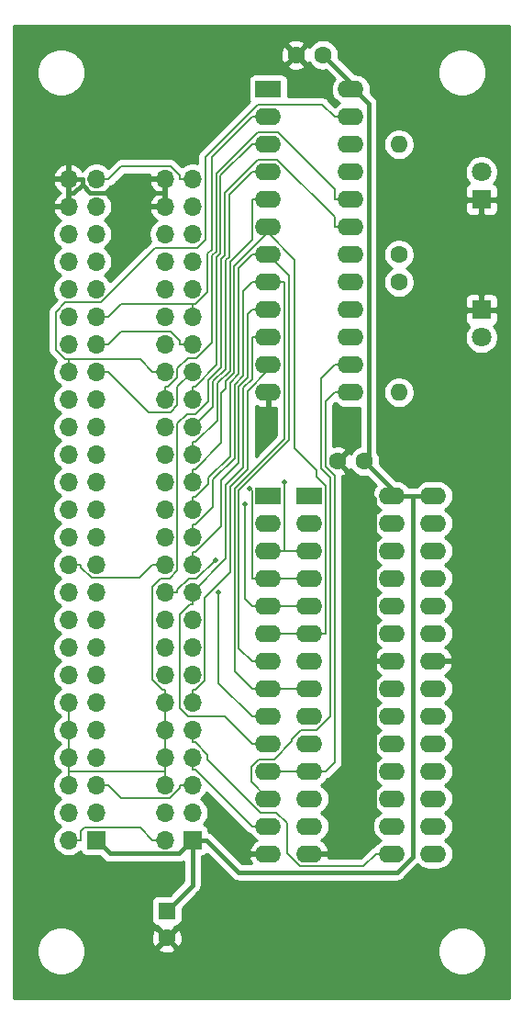
<source format=gtl>
G04 #@! TF.GenerationSoftware,KiCad,Pcbnew,(5.1.9)-1*
G04 #@! TF.CreationDate,2025-08-24T06:13:25+09:00*
G04 #@! TF.ProjectId,PC-8001_RAM,50432d38-3030-4315-9f52-414d2e6b6963,rev?*
G04 #@! TF.SameCoordinates,PX53920b0PY93c3260*
G04 #@! TF.FileFunction,Copper,L1,Top*
G04 #@! TF.FilePolarity,Positive*
%FSLAX46Y46*%
G04 Gerber Fmt 4.6, Leading zero omitted, Abs format (unit mm)*
G04 Created by KiCad (PCBNEW (5.1.9)-1) date 2025-08-24 06:13:25*
%MOMM*%
%LPD*%
G01*
G04 APERTURE LIST*
G04 #@! TA.AperFunction,ComponentPad*
%ADD10R,1.600000X1.600000*%
G04 #@! TD*
G04 #@! TA.AperFunction,ComponentPad*
%ADD11C,1.600000*%
G04 #@! TD*
G04 #@! TA.AperFunction,ComponentPad*
%ADD12R,1.700000X1.700000*%
G04 #@! TD*
G04 #@! TA.AperFunction,ComponentPad*
%ADD13O,1.700000X1.700000*%
G04 #@! TD*
G04 #@! TA.AperFunction,ComponentPad*
%ADD14R,2.400000X1.600000*%
G04 #@! TD*
G04 #@! TA.AperFunction,ComponentPad*
%ADD15O,2.400000X1.600000*%
G04 #@! TD*
G04 #@! TA.AperFunction,ComponentPad*
%ADD16R,1.800000X1.800000*%
G04 #@! TD*
G04 #@! TA.AperFunction,ComponentPad*
%ADD17C,1.800000*%
G04 #@! TD*
G04 #@! TA.AperFunction,ComponentPad*
%ADD18O,1.600000X1.600000*%
G04 #@! TD*
G04 #@! TA.AperFunction,ViaPad*
%ADD19C,0.500000*%
G04 #@! TD*
G04 #@! TA.AperFunction,Conductor*
%ADD20C,0.400000*%
G04 #@! TD*
G04 #@! TA.AperFunction,Conductor*
%ADD21C,0.200000*%
G04 #@! TD*
G04 #@! TA.AperFunction,Conductor*
%ADD22C,0.254000*%
G04 #@! TD*
G04 #@! TA.AperFunction,Conductor*
%ADD23C,0.100000*%
G04 #@! TD*
G04 APERTURE END LIST*
D10*
X14765000Y8730000D03*
D11*
X14765000Y6230000D03*
D12*
X8255000Y15240000D03*
D13*
X5715000Y15240000D03*
X8255000Y17780000D03*
X5715000Y17780000D03*
X8255000Y20320000D03*
X5715000Y20320000D03*
X8255000Y22860000D03*
X5715000Y22860000D03*
X8255000Y25400000D03*
X5715000Y25400000D03*
X8255000Y27940000D03*
X5715000Y27940000D03*
X8255000Y30480000D03*
X5715000Y30480000D03*
X8255000Y33020000D03*
X5715000Y33020000D03*
X8255000Y35560000D03*
X5715000Y35560000D03*
X8255000Y38100000D03*
X5715000Y38100000D03*
X8255000Y40640000D03*
X5715000Y40640000D03*
X8255000Y43180000D03*
X5715000Y43180000D03*
X8255000Y45720000D03*
X5715000Y45720000D03*
X8255000Y48260000D03*
X5715000Y48260000D03*
X8255000Y50800000D03*
X5715000Y50800000D03*
X8255000Y53340000D03*
X5715000Y53340000D03*
X8255000Y55880000D03*
X5715000Y55880000D03*
X8255000Y58420000D03*
X5715000Y58420000D03*
X8255000Y60960000D03*
X5715000Y60960000D03*
X8255000Y63500000D03*
X5715000Y63500000D03*
X8255000Y66040000D03*
X5715000Y66040000D03*
X8255000Y68580000D03*
X5715000Y68580000D03*
X8255000Y71120000D03*
X5715000Y71120000D03*
X8255000Y73660000D03*
X5715000Y73660000D03*
X8255000Y76200000D03*
X5715000Y76200000D03*
D11*
X29210000Y87630000D03*
X26710000Y87630000D03*
X30520000Y50165000D03*
X33020000Y50165000D03*
D14*
X24130000Y84455000D03*
D15*
X31750000Y56515000D03*
X24130000Y81915000D03*
X31750000Y59055000D03*
X24130000Y79375000D03*
X31750000Y61595000D03*
X24130000Y76835000D03*
X31750000Y64135000D03*
X24130000Y74295000D03*
X31750000Y66675000D03*
X24130000Y71755000D03*
X31750000Y69215000D03*
X24130000Y69215000D03*
X31750000Y71755000D03*
X24130000Y66675000D03*
X31750000Y74295000D03*
X24130000Y64135000D03*
X31750000Y76835000D03*
X24130000Y61595000D03*
X31750000Y79375000D03*
X24130000Y59055000D03*
X31750000Y81915000D03*
X24130000Y56515000D03*
X31750000Y84455000D03*
D14*
X24130000Y46990000D03*
D15*
X39370000Y13970000D03*
X24130000Y44450000D03*
X39370000Y16510000D03*
X24130000Y41910000D03*
X39370000Y19050000D03*
X24130000Y39370000D03*
X39370000Y21590000D03*
X24130000Y36830000D03*
X39370000Y24130000D03*
X24130000Y34290000D03*
X39370000Y26670000D03*
X24130000Y31750000D03*
X39370000Y29210000D03*
X24130000Y29210000D03*
X39370000Y31750000D03*
X24130000Y26670000D03*
X39370000Y34290000D03*
X24130000Y24130000D03*
X39370000Y36830000D03*
X24130000Y21590000D03*
X39370000Y39370000D03*
X24130000Y19050000D03*
X39370000Y41910000D03*
X24130000Y16510000D03*
X39370000Y44450000D03*
X24130000Y13970000D03*
X39370000Y46990000D03*
D16*
X43815000Y74295000D03*
D17*
X43815000Y76835000D03*
X43815000Y61595000D03*
D16*
X43815000Y64135000D03*
D18*
X36195000Y56515000D03*
D11*
X36195000Y66675000D03*
X36195000Y69215000D03*
D18*
X36195000Y79375000D03*
D12*
X17145000Y15240000D03*
D13*
X14605000Y15240000D03*
X17145000Y17780000D03*
X14605000Y17780000D03*
X17145000Y20320000D03*
X14605000Y20320000D03*
X17145000Y22860000D03*
X14605000Y22860000D03*
X17145000Y25400000D03*
X14605000Y25400000D03*
X17145000Y27940000D03*
X14605000Y27940000D03*
X17145000Y30480000D03*
X14605000Y30480000D03*
X17145000Y33020000D03*
X14605000Y33020000D03*
X17145000Y35560000D03*
X14605000Y35560000D03*
X17145000Y38100000D03*
X14605000Y38100000D03*
X17145000Y40640000D03*
X14605000Y40640000D03*
X17145000Y43180000D03*
X14605000Y43180000D03*
X17145000Y45720000D03*
X14605000Y45720000D03*
X17145000Y48260000D03*
X14605000Y48260000D03*
X17145000Y50800000D03*
X14605000Y50800000D03*
X17145000Y53340000D03*
X14605000Y53340000D03*
X17145000Y55880000D03*
X14605000Y55880000D03*
X17145000Y58420000D03*
X14605000Y58420000D03*
X17145000Y60960000D03*
X14605000Y60960000D03*
X17145000Y63500000D03*
X14605000Y63500000D03*
X17145000Y66040000D03*
X14605000Y66040000D03*
X17145000Y68580000D03*
X14605000Y68580000D03*
X17145000Y71120000D03*
X14605000Y71120000D03*
X17145000Y73660000D03*
X14605000Y73660000D03*
X17145000Y76200000D03*
X14605000Y76200000D03*
D14*
X27940000Y46990000D03*
D15*
X35560000Y13970000D03*
X27940000Y44450000D03*
X35560000Y16510000D03*
X27940000Y41910000D03*
X35560000Y19050000D03*
X27940000Y39370000D03*
X35560000Y21590000D03*
X27940000Y36830000D03*
X35560000Y24130000D03*
X27940000Y34290000D03*
X35560000Y26670000D03*
X27940000Y31750000D03*
X35560000Y29210000D03*
X27940000Y29210000D03*
X35560000Y31750000D03*
X27940000Y26670000D03*
X35560000Y34290000D03*
X27940000Y24130000D03*
X35560000Y36830000D03*
X27940000Y21590000D03*
X35560000Y39370000D03*
X27940000Y19050000D03*
X35560000Y41910000D03*
X27940000Y16510000D03*
X35560000Y44450000D03*
X27940000Y13970000D03*
X35560000Y46990000D03*
D19*
X19240300Y41065700D03*
X19574900Y38083600D03*
X21978500Y46209600D03*
X22415800Y47668300D03*
X25630700Y48266600D03*
D20*
X17145000Y15240000D02*
X18395300Y15240000D01*
X37465000Y46990000D02*
X37465000Y13713700D01*
X37465000Y13713700D02*
X36030200Y12278900D01*
X36030200Y12278900D02*
X21356400Y12278900D01*
X21356400Y12278900D02*
X18395300Y15240000D01*
X37465000Y46990000D02*
X39370000Y46990000D01*
X35560000Y46990000D02*
X37465000Y46990000D01*
X31750000Y84772500D02*
X33380200Y83142300D01*
X33380200Y83142300D02*
X33380200Y50525200D01*
X33380200Y50525200D02*
X33020000Y50165000D01*
X31750000Y84772500D02*
X31750000Y84455000D01*
X29210000Y87630000D02*
X31750000Y85090000D01*
X31750000Y85090000D02*
X31750000Y84772500D01*
X17145000Y15240000D02*
X17145000Y11110000D01*
X17145000Y11110000D02*
X14765000Y8730000D01*
X8255000Y15240000D02*
X9505000Y13990000D01*
X9505000Y13990000D02*
X15895000Y13990000D01*
X15895000Y13990000D02*
X17145000Y15240000D01*
X33020000Y50165000D02*
X35560000Y47625000D01*
X35560000Y47625000D02*
X35560000Y46990000D01*
X6965300Y75681900D02*
X6965300Y76200000D01*
X14605000Y74930000D02*
X7717200Y74930000D01*
X7717200Y74930000D02*
X6965300Y75681900D01*
X6965300Y75681900D02*
X6193700Y74910300D01*
X6193700Y74910300D02*
X5715000Y74910300D01*
X5715000Y73660000D02*
X5715000Y74910300D01*
X14605000Y74930000D02*
X14605000Y73660000D01*
X14605000Y76200000D02*
X14605000Y74930000D01*
X5715000Y76200000D02*
X6965300Y76200000D01*
X33959600Y31750000D02*
X33959600Y46725400D01*
X33959600Y46725400D02*
X30520000Y50165000D01*
X34109800Y31750000D02*
X33959600Y31750000D01*
X29540300Y13970000D02*
X33959600Y18389300D01*
X33959600Y18389300D02*
X33959600Y31750000D01*
X35560000Y31750000D02*
X34109800Y31750000D01*
X27940000Y13970000D02*
X29540300Y13970000D01*
X43815000Y64135000D02*
X43815000Y74295000D01*
D21*
X27940000Y21590000D02*
X29440300Y21590000D01*
X29440300Y21590000D02*
X30253800Y22403500D01*
X30253800Y22403500D02*
X30253800Y48807800D01*
X30253800Y48807800D02*
X29401300Y49660300D01*
X29401300Y49660300D02*
X29401300Y55666600D01*
X29401300Y55666600D02*
X30249700Y56515000D01*
X27940000Y21590000D02*
X24130000Y21590000D01*
X31750000Y56515000D02*
X30249700Y56515000D01*
X30249700Y59055000D02*
X29000900Y57806200D01*
X29000900Y57806200D02*
X29000900Y49494400D01*
X29000900Y49494400D02*
X29853400Y48641900D01*
X29853400Y48641900D02*
X29853400Y26627000D01*
X29853400Y26627000D02*
X28626400Y25400000D01*
X28626400Y25400000D02*
X27172800Y25400000D01*
X27172800Y25400000D02*
X26337500Y24564700D01*
X26337500Y24564700D02*
X26337500Y24342800D01*
X26337500Y24342800D02*
X24685100Y22690400D01*
X24685100Y22690400D02*
X23237500Y22690400D01*
X23237500Y22690400D02*
X22550500Y22003400D01*
X22550500Y22003400D02*
X22550500Y20629500D01*
X22550500Y20629500D02*
X24130000Y19050000D01*
X31750000Y59055000D02*
X30249700Y59055000D01*
X17145000Y20320000D02*
X15994700Y20320000D01*
X8255000Y20320000D02*
X9405300Y20320000D01*
X9405300Y20320000D02*
X10595900Y19129400D01*
X10595900Y19129400D02*
X15042400Y19129400D01*
X15042400Y19129400D02*
X15994700Y20081700D01*
X15994700Y20081700D02*
X15994700Y20320000D01*
X17145000Y22860000D02*
X17145000Y21709700D01*
X24130000Y16510000D02*
X22629700Y16510000D01*
X22629700Y16510000D02*
X17430000Y21709700D01*
X17430000Y21709700D02*
X17145000Y21709700D01*
X17145000Y25400000D02*
X17145000Y24249700D01*
X35560000Y13970000D02*
X34059700Y13970000D01*
X34059700Y13970000D02*
X32937100Y12847400D01*
X32937100Y12847400D02*
X27072500Y12847400D01*
X27072500Y12847400D02*
X25865400Y14054500D01*
X25865400Y14054500D02*
X25865400Y16798600D01*
X25865400Y16798600D02*
X24884000Y17780000D01*
X24884000Y17780000D02*
X23431000Y17780000D01*
X23431000Y17780000D02*
X18534600Y22676400D01*
X18534600Y22676400D02*
X18534600Y23098400D01*
X18534600Y23098400D02*
X17383300Y24249700D01*
X17383300Y24249700D02*
X17145000Y24249700D01*
X24130000Y59055000D02*
X24130000Y58561400D01*
X24130000Y58561400D02*
X22229400Y56660800D01*
X22229400Y56660800D02*
X22229400Y49392600D01*
X22229400Y49392600D02*
X20627500Y47790700D01*
X20627500Y47790700D02*
X20627500Y39914400D01*
X20627500Y39914400D02*
X18295300Y37582200D01*
X18295300Y37582200D02*
X18295300Y29952900D01*
X18295300Y29952900D02*
X17432700Y29090300D01*
X17432700Y29090300D02*
X17145000Y29090300D01*
X17145000Y27940000D02*
X17145000Y29090300D01*
X17145000Y38100000D02*
X20227200Y41182200D01*
X20227200Y41182200D02*
X20227200Y47956500D01*
X20227200Y47956500D02*
X21829100Y49558400D01*
X21829100Y49558400D02*
X21829100Y56917000D01*
X21829100Y56917000D02*
X22629700Y57717600D01*
X22629700Y57717600D02*
X22629700Y61595000D01*
X17145000Y38100000D02*
X17145000Y36949700D01*
X24130000Y24130000D02*
X22629700Y24130000D01*
X22629700Y24130000D02*
X20089700Y26670000D01*
X20089700Y26670000D02*
X16726500Y26670000D01*
X16726500Y26670000D02*
X15973600Y27422900D01*
X15973600Y27422900D02*
X15973600Y36016700D01*
X15973600Y36016700D02*
X16906600Y36949700D01*
X16906600Y36949700D02*
X17145000Y36949700D01*
X24130000Y61595000D02*
X22629700Y61595000D01*
X15755300Y38100000D02*
X15755300Y38338400D01*
X15755300Y38338400D02*
X16786900Y39370000D01*
X16786900Y39370000D02*
X17544600Y39370000D01*
X17544600Y39370000D02*
X19240300Y41065700D01*
X14605000Y38100000D02*
X15755300Y38100000D01*
X17145000Y41790300D02*
X17432600Y41790300D01*
X17432600Y41790300D02*
X19826900Y44184600D01*
X19826900Y44184600D02*
X19826900Y48405300D01*
X19826900Y48405300D02*
X21428800Y50007200D01*
X21428800Y50007200D02*
X21428800Y57082800D01*
X21428800Y57082800D02*
X22203000Y57857000D01*
X22203000Y57857000D02*
X22203000Y63708300D01*
X22203000Y63708300D02*
X22629700Y64135000D01*
X24130000Y26670000D02*
X22629700Y26670000D01*
X22629700Y26670000D02*
X19574900Y29724800D01*
X19574900Y29724800D02*
X19574900Y38083600D01*
X24130000Y64135000D02*
X22629700Y64135000D01*
X17145000Y40640000D02*
X17145000Y41790300D01*
X5715000Y40640000D02*
X6865300Y40640000D01*
X14605000Y40640000D02*
X13454700Y40640000D01*
X13454700Y40640000D02*
X12264100Y39449400D01*
X12264100Y39449400D02*
X7817500Y39449400D01*
X7817500Y39449400D02*
X6865300Y40401600D01*
X6865300Y40401600D02*
X6865300Y40640000D01*
X17145000Y44330300D02*
X17383300Y44330300D01*
X17383300Y44330300D02*
X19026300Y45973300D01*
X19026300Y45973300D02*
X19026300Y48453900D01*
X19026300Y48453900D02*
X21028500Y50456100D01*
X21028500Y50456100D02*
X21028500Y57248600D01*
X21028500Y57248600D02*
X21802700Y58022800D01*
X21802700Y58022800D02*
X21802700Y65848000D01*
X21802700Y65848000D02*
X22629700Y66675000D01*
X22629700Y29210000D02*
X21027800Y30811900D01*
X21027800Y30811900D02*
X21027800Y47624900D01*
X21027800Y47624900D02*
X25630300Y52227400D01*
X25630300Y52227400D02*
X25630300Y66675000D01*
X24130000Y66675000D02*
X25630300Y66675000D01*
X24130000Y29210000D02*
X22629700Y29210000D01*
X24563500Y29210000D02*
X24130000Y29210000D01*
X24563500Y29210000D02*
X25630300Y29210000D01*
X26439700Y29210000D02*
X25630300Y29210000D01*
X27940000Y29210000D02*
X26439700Y29210000D01*
X17145000Y43180000D02*
X17145000Y44330300D01*
X24130000Y66675000D02*
X22629700Y66675000D01*
X17145000Y46870300D02*
X17401800Y46870300D01*
X17401800Y46870300D02*
X18626000Y48094500D01*
X18626000Y48094500D02*
X18626000Y48619700D01*
X18626000Y48619700D02*
X20628200Y50621900D01*
X20628200Y50621900D02*
X20628200Y57414400D01*
X20628200Y57414400D02*
X21402400Y58188600D01*
X21402400Y58188600D02*
X21402400Y67987700D01*
X21402400Y67987700D02*
X22629700Y69215000D01*
X22629700Y31750000D02*
X21428100Y32951600D01*
X21428100Y32951600D02*
X21428100Y47459100D01*
X21428100Y47459100D02*
X26083800Y52114800D01*
X26083800Y52114800D02*
X26083800Y67261200D01*
X26083800Y67261200D02*
X24130000Y69215000D01*
X24130000Y31750000D02*
X22629700Y31750000D01*
X17145000Y45720000D02*
X17145000Y46870300D01*
X24130000Y69215000D02*
X22629700Y69215000D01*
X17145000Y49410300D02*
X17383300Y49410300D01*
X17383300Y49410300D02*
X19827600Y51854600D01*
X19827600Y51854600D02*
X19827600Y56491800D01*
X19827600Y56491800D02*
X20227900Y56892100D01*
X20227900Y56892100D02*
X20227900Y57580200D01*
X20227900Y57580200D02*
X21002100Y58354400D01*
X21002100Y58354400D02*
X21002100Y68170000D01*
X21002100Y68170000D02*
X24069400Y71237300D01*
X24069400Y71237300D02*
X26548500Y68758100D01*
X26548500Y68758100D02*
X26548500Y51380700D01*
X26548500Y51380700D02*
X28609900Y49319300D01*
X28609900Y49319300D02*
X28609900Y48753200D01*
X28609900Y48753200D02*
X29440300Y47922800D01*
X29440300Y47922800D02*
X29440300Y34290000D01*
X24069400Y71237300D02*
X24069300Y71237300D01*
X24069300Y71237300D02*
X24069300Y71315900D01*
X24069300Y71315900D02*
X24130000Y71376600D01*
X24130000Y71376600D02*
X24130000Y71755000D01*
X27940000Y34290000D02*
X29440300Y34290000D01*
X27940000Y34290000D02*
X24130000Y34290000D01*
X17145000Y48260000D02*
X17145000Y49410300D01*
X17145000Y51950300D02*
X17432600Y51950300D01*
X17432600Y51950300D02*
X19427300Y53945000D01*
X19427300Y53945000D02*
X19427300Y57345700D01*
X19427300Y57345700D02*
X20601800Y58520200D01*
X20601800Y58520200D02*
X20601800Y68520600D01*
X20601800Y68520600D02*
X22629700Y70548500D01*
X22629700Y70548500D02*
X22629700Y74295000D01*
X22629700Y36830000D02*
X21978500Y37481200D01*
X21978500Y37481200D02*
X21978500Y46209600D01*
X24130000Y36830000D02*
X22629700Y36830000D01*
X27940000Y36830000D02*
X24130000Y36830000D01*
X24130000Y74295000D02*
X22629700Y74295000D01*
X17145000Y50800000D02*
X17145000Y51950300D01*
X17145000Y53340000D02*
X19027000Y55222000D01*
X19027000Y55222000D02*
X19027000Y57511500D01*
X19027000Y57511500D02*
X20201500Y58686000D01*
X20201500Y58686000D02*
X20201500Y68686400D01*
X20201500Y68686400D02*
X20536100Y69021000D01*
X20536100Y69021000D02*
X20536100Y74741400D01*
X20536100Y74741400D02*
X22629700Y76835000D01*
X22629700Y39370000D02*
X22629700Y47454400D01*
X22629700Y47454400D02*
X22415800Y47668300D01*
X24130000Y39370000D02*
X22629700Y39370000D01*
X27940000Y39370000D02*
X24130000Y39370000D01*
X24130000Y76835000D02*
X22629700Y76835000D01*
X25630700Y41910000D02*
X25630700Y48266600D01*
X25630700Y41910000D02*
X24130000Y41910000D01*
X27189900Y41910000D02*
X25630700Y41910000D01*
X17145000Y57030300D02*
X17382400Y57030300D01*
X17382400Y57030300D02*
X19400800Y59048700D01*
X19400800Y59048700D02*
X19400800Y69017900D01*
X19400800Y69017900D02*
X19735500Y69352600D01*
X19735500Y69352600D02*
X19735500Y76480800D01*
X19735500Y76480800D02*
X22629700Y79375000D01*
X24130000Y79375000D02*
X22629700Y79375000D01*
X17145000Y55880000D02*
X17145000Y57030300D01*
X27940000Y41910000D02*
X27189900Y41910000D01*
X14605000Y57030300D02*
X14892700Y57030300D01*
X14892700Y57030300D02*
X15755300Y57892900D01*
X15755300Y57892900D02*
X15755300Y58718800D01*
X15755300Y58718800D02*
X16726500Y59690000D01*
X16726500Y59690000D02*
X17539700Y59690000D01*
X17539700Y59690000D02*
X18935000Y61085300D01*
X18935000Y61085300D02*
X18935000Y69118200D01*
X18935000Y69118200D02*
X19335200Y69518400D01*
X19335200Y69518400D02*
X19335200Y76646800D01*
X19335200Y76646800D02*
X23200100Y80511700D01*
X23200100Y80511700D02*
X25011100Y80511700D01*
X25011100Y80511700D02*
X30249700Y75273100D01*
X30249700Y75273100D02*
X30249700Y74295000D01*
X31750000Y74295000D02*
X30249700Y74295000D01*
X14605000Y55880000D02*
X14605000Y57030300D01*
X8255000Y58420000D02*
X9405300Y58420000D01*
X17145000Y58420000D02*
X15755400Y57030400D01*
X15755400Y57030400D02*
X15755400Y55341900D01*
X15755400Y55341900D02*
X15115000Y54701500D01*
X15115000Y54701500D02*
X13123800Y54701500D01*
X13123800Y54701500D02*
X9405300Y58420000D01*
X14605000Y58420000D02*
X13454700Y58420000D01*
X13454700Y58420000D02*
X12304400Y59570300D01*
X12304400Y59570300D02*
X5715000Y59570300D01*
X31750000Y81915000D02*
X30249700Y81915000D01*
X5715000Y58420000D02*
X5715000Y59570300D01*
X5715000Y59570300D02*
X5427400Y59570300D01*
X5427400Y59570300D02*
X4527100Y60470600D01*
X4527100Y60470600D02*
X4527100Y63940600D01*
X4527100Y63940600D02*
X5436900Y64850400D01*
X5436900Y64850400D02*
X8720500Y64850400D01*
X8720500Y64850400D02*
X13720100Y69850000D01*
X13720100Y69850000D02*
X17556700Y69850000D01*
X17556700Y69850000D02*
X18334500Y70627800D01*
X18334500Y70627800D02*
X18334500Y78250100D01*
X18334500Y78250100D02*
X23146300Y83061900D01*
X23146300Y83061900D02*
X29102800Y83061900D01*
X29102800Y83061900D02*
X30249700Y81915000D01*
X8255000Y60960000D02*
X9405300Y60960000D01*
X17145000Y60960000D02*
X15994700Y60960000D01*
X15994700Y60960000D02*
X15994700Y61247600D01*
X15994700Y61247600D02*
X15091700Y62150600D01*
X15091700Y62150600D02*
X10595900Y62150600D01*
X10595900Y62150600D02*
X9405300Y60960000D01*
X17145000Y64650300D02*
X17383300Y64650300D01*
X17383300Y64650300D02*
X18534600Y65801600D01*
X18534600Y65801600D02*
X18534600Y69283900D01*
X18534600Y69283900D02*
X18934800Y69684100D01*
X18934800Y69684100D02*
X18934800Y78220100D01*
X18934800Y78220100D02*
X22629700Y81915000D01*
X8255000Y63500000D02*
X9405300Y63500000D01*
X17145000Y64650300D02*
X10555600Y64650300D01*
X10555600Y64650300D02*
X9405300Y63500000D01*
X17145000Y64550200D02*
X17145000Y64650300D01*
X17145000Y63500000D02*
X17145000Y64550200D01*
X24130000Y81915000D02*
X22629700Y81915000D01*
X14605000Y27940000D02*
X14605000Y29090300D01*
X31750000Y71755000D02*
X30249700Y71755000D01*
X30249700Y71755000D02*
X30249700Y72692700D01*
X30249700Y72692700D02*
X24982800Y77959600D01*
X24982800Y77959600D02*
X23188000Y77959600D01*
X23188000Y77959600D02*
X20135800Y74907400D01*
X20135800Y74907400D02*
X20135800Y69186800D01*
X20135800Y69186800D02*
X19801200Y68852200D01*
X19801200Y68852200D02*
X19801200Y58851800D01*
X19801200Y58851800D02*
X18602700Y57653300D01*
X18602700Y57653300D02*
X18602700Y55705800D01*
X18602700Y55705800D02*
X17387300Y54490400D01*
X17387300Y54490400D02*
X16631100Y54490400D01*
X16631100Y54490400D02*
X15755400Y53614700D01*
X15755400Y53614700D02*
X15755400Y40101900D01*
X15755400Y40101900D02*
X15023500Y39370000D01*
X15023500Y39370000D02*
X14191300Y39370000D01*
X14191300Y39370000D02*
X13443500Y38622200D01*
X13443500Y38622200D02*
X13443500Y30013400D01*
X13443500Y30013400D02*
X14366600Y29090300D01*
X14366600Y29090300D02*
X14605000Y29090300D01*
X5715000Y21590000D02*
X5715000Y20320000D01*
X5715000Y22860000D02*
X5715000Y21590000D01*
X14605000Y21590000D02*
X5715000Y21590000D01*
X14605000Y21590000D02*
X14605000Y20320000D01*
X14605000Y22860000D02*
X14605000Y21590000D01*
X5715000Y25400000D02*
X5715000Y22860000D01*
X14605000Y27940000D02*
X14605000Y25400000D01*
X5715000Y27940000D02*
X5715000Y25400000D01*
X14605000Y25400000D02*
X14605000Y22860000D01*
X5715000Y15240000D02*
X6865300Y15240000D01*
X14605000Y15240000D02*
X13454700Y15240000D01*
X13454700Y15240000D02*
X12304300Y16390400D01*
X12304300Y16390400D02*
X7202200Y16390400D01*
X7202200Y16390400D02*
X6865300Y16053500D01*
X6865300Y16053500D02*
X6865300Y15240000D01*
X8255000Y76200000D02*
X9405300Y76200000D01*
X17145000Y76200000D02*
X15994700Y76200000D01*
X15994700Y76200000D02*
X15994700Y76487600D01*
X15994700Y76487600D02*
X15116800Y77365500D01*
X15116800Y77365500D02*
X10570800Y77365500D01*
X10570800Y77365500D02*
X9405300Y76200000D01*
D22*
X46340000Y660000D02*
X660000Y660000D01*
X660000Y5220128D01*
X2765000Y5220128D01*
X2765000Y4779872D01*
X2850890Y4348075D01*
X3019369Y3941331D01*
X3263962Y3575271D01*
X3575271Y3263962D01*
X3941331Y3019369D01*
X4348075Y2850890D01*
X4779872Y2765000D01*
X5220128Y2765000D01*
X5651925Y2850890D01*
X6058669Y3019369D01*
X6424729Y3263962D01*
X6736038Y3575271D01*
X6980631Y3941331D01*
X7149110Y4348075D01*
X7235000Y4779872D01*
X7235000Y5220128D01*
X7231585Y5237298D01*
X13951903Y5237298D01*
X14023486Y4993329D01*
X14278996Y4872429D01*
X14553184Y4803700D01*
X14835512Y4789783D01*
X15115130Y4831213D01*
X15381292Y4926397D01*
X15506514Y4993329D01*
X15573059Y5220128D01*
X39765000Y5220128D01*
X39765000Y4779872D01*
X39850890Y4348075D01*
X40019369Y3941331D01*
X40263962Y3575271D01*
X40575271Y3263962D01*
X40941331Y3019369D01*
X41348075Y2850890D01*
X41779872Y2765000D01*
X42220128Y2765000D01*
X42651925Y2850890D01*
X43058669Y3019369D01*
X43424729Y3263962D01*
X43736038Y3575271D01*
X43980631Y3941331D01*
X44149110Y4348075D01*
X44235000Y4779872D01*
X44235000Y5220128D01*
X44149110Y5651925D01*
X43980631Y6058669D01*
X43736038Y6424729D01*
X43424729Y6736038D01*
X43058669Y6980631D01*
X42651925Y7149110D01*
X42220128Y7235000D01*
X41779872Y7235000D01*
X41348075Y7149110D01*
X40941331Y6980631D01*
X40575271Y6736038D01*
X40263962Y6424729D01*
X40019369Y6058669D01*
X39850890Y5651925D01*
X39765000Y5220128D01*
X15573059Y5220128D01*
X15578097Y5237298D01*
X14765000Y6050395D01*
X13951903Y5237298D01*
X7231585Y5237298D01*
X7149110Y5651925D01*
X6980631Y6058669D01*
X6913267Y6159488D01*
X13324783Y6159488D01*
X13366213Y5879870D01*
X13461397Y5613708D01*
X13528329Y5488486D01*
X13772298Y5416903D01*
X14585395Y6230000D01*
X14944605Y6230000D01*
X15757702Y5416903D01*
X16001671Y5488486D01*
X16122571Y5743996D01*
X16191300Y6018184D01*
X16205217Y6300512D01*
X16163787Y6580130D01*
X16068603Y6846292D01*
X16001671Y6971514D01*
X15757702Y7043097D01*
X14944605Y6230000D01*
X14585395Y6230000D01*
X13772298Y7043097D01*
X13528329Y6971514D01*
X13407429Y6716004D01*
X13338700Y6441816D01*
X13324783Y6159488D01*
X6913267Y6159488D01*
X6736038Y6424729D01*
X6424729Y6736038D01*
X6058669Y6980631D01*
X5651925Y7149110D01*
X5220128Y7235000D01*
X4779872Y7235000D01*
X4348075Y7149110D01*
X3941331Y6980631D01*
X3575271Y6736038D01*
X3263962Y6424729D01*
X3019369Y6058669D01*
X2850890Y5651925D01*
X2765000Y5220128D01*
X660000Y5220128D01*
X660000Y63940600D01*
X3788544Y63940600D01*
X3792101Y63904485D01*
X3792100Y60506705D01*
X3788544Y60470600D01*
X3802735Y60326516D01*
X3844763Y60187968D01*
X3913013Y60060281D01*
X4004862Y59948363D01*
X4032908Y59925346D01*
X4576573Y59381680D01*
X4561525Y59366632D01*
X4399010Y59123411D01*
X4287068Y58853158D01*
X4230000Y58566260D01*
X4230000Y58273740D01*
X4287068Y57986842D01*
X4399010Y57716589D01*
X4561525Y57473368D01*
X4768368Y57266525D01*
X4942760Y57150000D01*
X4768368Y57033475D01*
X4561525Y56826632D01*
X4399010Y56583411D01*
X4287068Y56313158D01*
X4230000Y56026260D01*
X4230000Y55733740D01*
X4287068Y55446842D01*
X4399010Y55176589D01*
X4561525Y54933368D01*
X4768368Y54726525D01*
X4942760Y54610000D01*
X4768368Y54493475D01*
X4561525Y54286632D01*
X4399010Y54043411D01*
X4287068Y53773158D01*
X4230000Y53486260D01*
X4230000Y53193740D01*
X4287068Y52906842D01*
X4399010Y52636589D01*
X4561525Y52393368D01*
X4768368Y52186525D01*
X4942760Y52070000D01*
X4768368Y51953475D01*
X4561525Y51746632D01*
X4399010Y51503411D01*
X4287068Y51233158D01*
X4230000Y50946260D01*
X4230000Y50653740D01*
X4287068Y50366842D01*
X4399010Y50096589D01*
X4561525Y49853368D01*
X4768368Y49646525D01*
X4942760Y49530000D01*
X4768368Y49413475D01*
X4561525Y49206632D01*
X4399010Y48963411D01*
X4287068Y48693158D01*
X4230000Y48406260D01*
X4230000Y48113740D01*
X4287068Y47826842D01*
X4399010Y47556589D01*
X4561525Y47313368D01*
X4768368Y47106525D01*
X4942760Y46990000D01*
X4768368Y46873475D01*
X4561525Y46666632D01*
X4399010Y46423411D01*
X4287068Y46153158D01*
X4230000Y45866260D01*
X4230000Y45573740D01*
X4287068Y45286842D01*
X4399010Y45016589D01*
X4561525Y44773368D01*
X4768368Y44566525D01*
X4942760Y44450000D01*
X4768368Y44333475D01*
X4561525Y44126632D01*
X4399010Y43883411D01*
X4287068Y43613158D01*
X4230000Y43326260D01*
X4230000Y43033740D01*
X4287068Y42746842D01*
X4399010Y42476589D01*
X4561525Y42233368D01*
X4768368Y42026525D01*
X4942760Y41910000D01*
X4768368Y41793475D01*
X4561525Y41586632D01*
X4399010Y41343411D01*
X4287068Y41073158D01*
X4230000Y40786260D01*
X4230000Y40493740D01*
X4287068Y40206842D01*
X4399010Y39936589D01*
X4561525Y39693368D01*
X4768368Y39486525D01*
X4942760Y39370000D01*
X4768368Y39253475D01*
X4561525Y39046632D01*
X4399010Y38803411D01*
X4287068Y38533158D01*
X4230000Y38246260D01*
X4230000Y37953740D01*
X4287068Y37666842D01*
X4399010Y37396589D01*
X4561525Y37153368D01*
X4768368Y36946525D01*
X4942760Y36830000D01*
X4768368Y36713475D01*
X4561525Y36506632D01*
X4399010Y36263411D01*
X4287068Y35993158D01*
X4230000Y35706260D01*
X4230000Y35413740D01*
X4287068Y35126842D01*
X4399010Y34856589D01*
X4561525Y34613368D01*
X4768368Y34406525D01*
X4942760Y34290000D01*
X4768368Y34173475D01*
X4561525Y33966632D01*
X4399010Y33723411D01*
X4287068Y33453158D01*
X4230000Y33166260D01*
X4230000Y32873740D01*
X4287068Y32586842D01*
X4399010Y32316589D01*
X4561525Y32073368D01*
X4768368Y31866525D01*
X4942760Y31750000D01*
X4768368Y31633475D01*
X4561525Y31426632D01*
X4399010Y31183411D01*
X4287068Y30913158D01*
X4230000Y30626260D01*
X4230000Y30333740D01*
X4287068Y30046842D01*
X4399010Y29776589D01*
X4561525Y29533368D01*
X4768368Y29326525D01*
X4942760Y29210000D01*
X4768368Y29093475D01*
X4561525Y28886632D01*
X4399010Y28643411D01*
X4287068Y28373158D01*
X4230000Y28086260D01*
X4230000Y27793740D01*
X4287068Y27506842D01*
X4399010Y27236589D01*
X4561525Y26993368D01*
X4768368Y26786525D01*
X4942760Y26670000D01*
X4768368Y26553475D01*
X4561525Y26346632D01*
X4399010Y26103411D01*
X4287068Y25833158D01*
X4230000Y25546260D01*
X4230000Y25253740D01*
X4287068Y24966842D01*
X4399010Y24696589D01*
X4561525Y24453368D01*
X4768368Y24246525D01*
X4942760Y24130000D01*
X4768368Y24013475D01*
X4561525Y23806632D01*
X4399010Y23563411D01*
X4287068Y23293158D01*
X4230000Y23006260D01*
X4230000Y22713740D01*
X4287068Y22426842D01*
X4399010Y22156589D01*
X4561525Y21913368D01*
X4768368Y21706525D01*
X4942760Y21590000D01*
X4768368Y21473475D01*
X4561525Y21266632D01*
X4399010Y21023411D01*
X4287068Y20753158D01*
X4230000Y20466260D01*
X4230000Y20173740D01*
X4287068Y19886842D01*
X4399010Y19616589D01*
X4561525Y19373368D01*
X4768368Y19166525D01*
X4942760Y19050000D01*
X4768368Y18933475D01*
X4561525Y18726632D01*
X4399010Y18483411D01*
X4287068Y18213158D01*
X4230000Y17926260D01*
X4230000Y17633740D01*
X4287068Y17346842D01*
X4399010Y17076589D01*
X4561525Y16833368D01*
X4768368Y16626525D01*
X4942760Y16510000D01*
X4768368Y16393475D01*
X4561525Y16186632D01*
X4399010Y15943411D01*
X4287068Y15673158D01*
X4230000Y15386260D01*
X4230000Y15093740D01*
X4287068Y14806842D01*
X4399010Y14536589D01*
X4561525Y14293368D01*
X4768368Y14086525D01*
X5011589Y13924010D01*
X5281842Y13812068D01*
X5568740Y13755000D01*
X5861260Y13755000D01*
X6148158Y13812068D01*
X6418411Y13924010D01*
X6661632Y14086525D01*
X6793487Y14218380D01*
X6815498Y14145820D01*
X6874463Y14035506D01*
X6953815Y13938815D01*
X7050506Y13859463D01*
X7160820Y13800498D01*
X7280518Y13764188D01*
X7405000Y13751928D01*
X8562204Y13751928D01*
X8885563Y13428568D01*
X8911709Y13396709D01*
X8943568Y13370563D01*
X8943570Y13370561D01*
X9038854Y13292364D01*
X9183913Y13214828D01*
X9341311Y13167082D01*
X9505000Y13150960D01*
X9546018Y13155000D01*
X15853982Y13155000D01*
X15895000Y13150960D01*
X15936018Y13155000D01*
X15936019Y13155000D01*
X16058689Y13167082D01*
X16216087Y13214828D01*
X16310000Y13265026D01*
X16310001Y11455869D01*
X15022205Y10168072D01*
X13965000Y10168072D01*
X13840518Y10155812D01*
X13720820Y10119502D01*
X13610506Y10060537D01*
X13513815Y9981185D01*
X13434463Y9884494D01*
X13375498Y9774180D01*
X13339188Y9654482D01*
X13326928Y9530000D01*
X13326928Y7930000D01*
X13339188Y7805518D01*
X13375498Y7685820D01*
X13434463Y7575506D01*
X13513815Y7478815D01*
X13610506Y7399463D01*
X13720820Y7340498D01*
X13840518Y7304188D01*
X13965000Y7291928D01*
X13972215Y7291928D01*
X13951903Y7222702D01*
X14765000Y6409605D01*
X15578097Y7222702D01*
X15557785Y7291928D01*
X15565000Y7291928D01*
X15689482Y7304188D01*
X15809180Y7340498D01*
X15919494Y7399463D01*
X16016185Y7478815D01*
X16095537Y7575506D01*
X16154502Y7685820D01*
X16190812Y7805518D01*
X16203072Y7930000D01*
X16203072Y8987205D01*
X17706427Y10490559D01*
X17738291Y10516709D01*
X17842636Y10643854D01*
X17920172Y10788913D01*
X17967918Y10946311D01*
X17980000Y11068981D01*
X17980000Y11068991D01*
X17984039Y11109999D01*
X17980000Y11151007D01*
X17980000Y13751928D01*
X17995000Y13751928D01*
X18119482Y13764188D01*
X18239180Y13800498D01*
X18349494Y13859463D01*
X18446185Y13938815D01*
X18477482Y13976951D01*
X20736963Y11717468D01*
X20763109Y11685609D01*
X20890254Y11581264D01*
X21035313Y11503728D01*
X21192711Y11455982D01*
X21315381Y11443900D01*
X21315382Y11443900D01*
X21356400Y11439860D01*
X21397418Y11443900D01*
X35989182Y11443900D01*
X36030200Y11439860D01*
X36071218Y11443900D01*
X36071219Y11443900D01*
X36193889Y11455982D01*
X36351287Y11503728D01*
X36496346Y11581264D01*
X36623491Y11685609D01*
X36649646Y11717478D01*
X37919817Y12987648D01*
X37950392Y12950392D01*
X38168899Y12771068D01*
X38418192Y12637818D01*
X38688691Y12555764D01*
X38899508Y12535000D01*
X39840492Y12535000D01*
X40051309Y12555764D01*
X40321808Y12637818D01*
X40571101Y12771068D01*
X40789608Y12950392D01*
X40968932Y13168899D01*
X41102182Y13418192D01*
X41184236Y13688691D01*
X41211943Y13970000D01*
X41184236Y14251309D01*
X41102182Y14521808D01*
X40968932Y14771101D01*
X40789608Y14989608D01*
X40571101Y15168932D01*
X40438142Y15240000D01*
X40571101Y15311068D01*
X40789608Y15490392D01*
X40968932Y15708899D01*
X41102182Y15958192D01*
X41184236Y16228691D01*
X41211943Y16510000D01*
X41184236Y16791309D01*
X41102182Y17061808D01*
X40968932Y17311101D01*
X40789608Y17529608D01*
X40571101Y17708932D01*
X40438142Y17780000D01*
X40571101Y17851068D01*
X40789608Y18030392D01*
X40968932Y18248899D01*
X41102182Y18498192D01*
X41184236Y18768691D01*
X41211943Y19050000D01*
X41184236Y19331309D01*
X41102182Y19601808D01*
X40968932Y19851101D01*
X40789608Y20069608D01*
X40571101Y20248932D01*
X40438142Y20320000D01*
X40571101Y20391068D01*
X40789608Y20570392D01*
X40968932Y20788899D01*
X41102182Y21038192D01*
X41184236Y21308691D01*
X41211943Y21590000D01*
X41184236Y21871309D01*
X41102182Y22141808D01*
X40968932Y22391101D01*
X40789608Y22609608D01*
X40571101Y22788932D01*
X40438142Y22860000D01*
X40571101Y22931068D01*
X40789608Y23110392D01*
X40968932Y23328899D01*
X41102182Y23578192D01*
X41184236Y23848691D01*
X41211943Y24130000D01*
X41184236Y24411309D01*
X41102182Y24681808D01*
X40968932Y24931101D01*
X40789608Y25149608D01*
X40571101Y25328932D01*
X40438142Y25400000D01*
X40571101Y25471068D01*
X40789608Y25650392D01*
X40968932Y25868899D01*
X41102182Y26118192D01*
X41184236Y26388691D01*
X41211943Y26670000D01*
X41184236Y26951309D01*
X41102182Y27221808D01*
X40968932Y27471101D01*
X40789608Y27689608D01*
X40571101Y27868932D01*
X40438142Y27940000D01*
X40571101Y28011068D01*
X40789608Y28190392D01*
X40968932Y28408899D01*
X41102182Y28658192D01*
X41184236Y28928691D01*
X41211943Y29210000D01*
X41184236Y29491309D01*
X41102182Y29761808D01*
X40968932Y30011101D01*
X40789608Y30229608D01*
X40571101Y30408932D01*
X40443259Y30477265D01*
X40672839Y30627399D01*
X40874500Y30825105D01*
X41033715Y31058354D01*
X41144367Y31318182D01*
X41161904Y31400961D01*
X41039915Y31623000D01*
X39497000Y31623000D01*
X39497000Y31603000D01*
X39243000Y31603000D01*
X39243000Y31623000D01*
X39223000Y31623000D01*
X39223000Y31877000D01*
X39243000Y31877000D01*
X39243000Y31897000D01*
X39497000Y31897000D01*
X39497000Y31877000D01*
X41039915Y31877000D01*
X41161904Y32099039D01*
X41144367Y32181818D01*
X41033715Y32441646D01*
X40874500Y32674895D01*
X40672839Y32872601D01*
X40443259Y33022735D01*
X40571101Y33091068D01*
X40789608Y33270392D01*
X40968932Y33488899D01*
X41102182Y33738192D01*
X41184236Y34008691D01*
X41211943Y34290000D01*
X41184236Y34571309D01*
X41102182Y34841808D01*
X40968932Y35091101D01*
X40789608Y35309608D01*
X40571101Y35488932D01*
X40438142Y35560000D01*
X40571101Y35631068D01*
X40789608Y35810392D01*
X40968932Y36028899D01*
X41102182Y36278192D01*
X41184236Y36548691D01*
X41211943Y36830000D01*
X41184236Y37111309D01*
X41102182Y37381808D01*
X40968932Y37631101D01*
X40789608Y37849608D01*
X40571101Y38028932D01*
X40438142Y38100000D01*
X40571101Y38171068D01*
X40789608Y38350392D01*
X40968932Y38568899D01*
X41102182Y38818192D01*
X41184236Y39088691D01*
X41211943Y39370000D01*
X41184236Y39651309D01*
X41102182Y39921808D01*
X40968932Y40171101D01*
X40789608Y40389608D01*
X40571101Y40568932D01*
X40438142Y40640000D01*
X40571101Y40711068D01*
X40789608Y40890392D01*
X40968932Y41108899D01*
X41102182Y41358192D01*
X41184236Y41628691D01*
X41211943Y41910000D01*
X41184236Y42191309D01*
X41102182Y42461808D01*
X40968932Y42711101D01*
X40789608Y42929608D01*
X40571101Y43108932D01*
X40438142Y43180000D01*
X40571101Y43251068D01*
X40789608Y43430392D01*
X40968932Y43648899D01*
X41102182Y43898192D01*
X41184236Y44168691D01*
X41211943Y44450000D01*
X41184236Y44731309D01*
X41102182Y45001808D01*
X40968932Y45251101D01*
X40789608Y45469608D01*
X40571101Y45648932D01*
X40438142Y45720000D01*
X40571101Y45791068D01*
X40789608Y45970392D01*
X40968932Y46188899D01*
X41102182Y46438192D01*
X41184236Y46708691D01*
X41211943Y46990000D01*
X41184236Y47271309D01*
X41102182Y47541808D01*
X40968932Y47791101D01*
X40789608Y48009608D01*
X40571101Y48188932D01*
X40321808Y48322182D01*
X40051309Y48404236D01*
X39840492Y48425000D01*
X38899508Y48425000D01*
X38688691Y48404236D01*
X38418192Y48322182D01*
X38168899Y48188932D01*
X37950392Y48009608D01*
X37798888Y47825000D01*
X37506018Y47825000D01*
X37465000Y47829040D01*
X37423981Y47825000D01*
X37131112Y47825000D01*
X36979608Y48009608D01*
X36761101Y48188932D01*
X36511808Y48322182D01*
X36241309Y48404236D01*
X36030492Y48425000D01*
X35940868Y48425000D01*
X34436285Y49929582D01*
X34455000Y50023665D01*
X34455000Y50306335D01*
X34399853Y50583574D01*
X34291680Y50844727D01*
X34215200Y50959188D01*
X34215200Y56656335D01*
X34760000Y56656335D01*
X34760000Y56373665D01*
X34815147Y56096426D01*
X34923320Y55835273D01*
X35080363Y55600241D01*
X35280241Y55400363D01*
X35515273Y55243320D01*
X35776426Y55135147D01*
X36053665Y55080000D01*
X36336335Y55080000D01*
X36613574Y55135147D01*
X36874727Y55243320D01*
X37109759Y55400363D01*
X37309637Y55600241D01*
X37466680Y55835273D01*
X37574853Y56096426D01*
X37630000Y56373665D01*
X37630000Y56656335D01*
X37574853Y56933574D01*
X37466680Y57194727D01*
X37309637Y57429759D01*
X37109759Y57629637D01*
X36874727Y57786680D01*
X36613574Y57894853D01*
X36336335Y57950000D01*
X36053665Y57950000D01*
X35776426Y57894853D01*
X35515273Y57786680D01*
X35280241Y57629637D01*
X35080363Y57429759D01*
X34923320Y57194727D01*
X34815147Y56933574D01*
X34760000Y56656335D01*
X34215200Y56656335D01*
X34215200Y63235000D01*
X42276928Y63235000D01*
X42289188Y63110518D01*
X42325498Y62990820D01*
X42384463Y62880506D01*
X42463815Y62783815D01*
X42560506Y62704463D01*
X42670820Y62645498D01*
X42689127Y62639944D01*
X42622688Y62573505D01*
X42454701Y62322095D01*
X42338989Y62042743D01*
X42280000Y61746184D01*
X42280000Y61443816D01*
X42338989Y61147257D01*
X42454701Y60867905D01*
X42622688Y60616495D01*
X42836495Y60402688D01*
X43087905Y60234701D01*
X43367257Y60118989D01*
X43663816Y60060000D01*
X43966184Y60060000D01*
X44262743Y60118989D01*
X44542095Y60234701D01*
X44793505Y60402688D01*
X45007312Y60616495D01*
X45175299Y60867905D01*
X45291011Y61147257D01*
X45350000Y61443816D01*
X45350000Y61746184D01*
X45291011Y62042743D01*
X45175299Y62322095D01*
X45007312Y62573505D01*
X44940873Y62639944D01*
X44959180Y62645498D01*
X45069494Y62704463D01*
X45166185Y62783815D01*
X45245537Y62880506D01*
X45304502Y62990820D01*
X45340812Y63110518D01*
X45353072Y63235000D01*
X45350000Y63849250D01*
X45191250Y64008000D01*
X43942000Y64008000D01*
X43942000Y63988000D01*
X43688000Y63988000D01*
X43688000Y64008000D01*
X42438750Y64008000D01*
X42280000Y63849250D01*
X42276928Y63235000D01*
X34215200Y63235000D01*
X34215200Y65035000D01*
X42276928Y65035000D01*
X42280000Y64420750D01*
X42438750Y64262000D01*
X43688000Y64262000D01*
X43688000Y65511250D01*
X43942000Y65511250D01*
X43942000Y64262000D01*
X45191250Y64262000D01*
X45350000Y64420750D01*
X45353072Y65035000D01*
X45340812Y65159482D01*
X45304502Y65279180D01*
X45245537Y65389494D01*
X45166185Y65486185D01*
X45069494Y65565537D01*
X44959180Y65624502D01*
X44839482Y65660812D01*
X44715000Y65673072D01*
X44100750Y65670000D01*
X43942000Y65511250D01*
X43688000Y65511250D01*
X43529250Y65670000D01*
X42915000Y65673072D01*
X42790518Y65660812D01*
X42670820Y65624502D01*
X42560506Y65565537D01*
X42463815Y65486185D01*
X42384463Y65389494D01*
X42325498Y65279180D01*
X42289188Y65159482D01*
X42276928Y65035000D01*
X34215200Y65035000D01*
X34215200Y69356335D01*
X34760000Y69356335D01*
X34760000Y69073665D01*
X34815147Y68796426D01*
X34923320Y68535273D01*
X35080363Y68300241D01*
X35280241Y68100363D01*
X35512759Y67945000D01*
X35280241Y67789637D01*
X35080363Y67589759D01*
X34923320Y67354727D01*
X34815147Y67093574D01*
X34760000Y66816335D01*
X34760000Y66533665D01*
X34815147Y66256426D01*
X34923320Y65995273D01*
X35080363Y65760241D01*
X35280241Y65560363D01*
X35515273Y65403320D01*
X35776426Y65295147D01*
X36053665Y65240000D01*
X36336335Y65240000D01*
X36613574Y65295147D01*
X36874727Y65403320D01*
X37109759Y65560363D01*
X37309637Y65760241D01*
X37466680Y65995273D01*
X37574853Y66256426D01*
X37630000Y66533665D01*
X37630000Y66816335D01*
X37574853Y67093574D01*
X37466680Y67354727D01*
X37309637Y67589759D01*
X37109759Y67789637D01*
X36877241Y67945000D01*
X37109759Y68100363D01*
X37309637Y68300241D01*
X37466680Y68535273D01*
X37574853Y68796426D01*
X37630000Y69073665D01*
X37630000Y69356335D01*
X37574853Y69633574D01*
X37466680Y69894727D01*
X37309637Y70129759D01*
X37109759Y70329637D01*
X36874727Y70486680D01*
X36613574Y70594853D01*
X36336335Y70650000D01*
X36053665Y70650000D01*
X35776426Y70594853D01*
X35515273Y70486680D01*
X35280241Y70329637D01*
X35080363Y70129759D01*
X34923320Y69894727D01*
X34815147Y69633574D01*
X34760000Y69356335D01*
X34215200Y69356335D01*
X34215200Y73395000D01*
X42276928Y73395000D01*
X42289188Y73270518D01*
X42325498Y73150820D01*
X42384463Y73040506D01*
X42463815Y72943815D01*
X42560506Y72864463D01*
X42670820Y72805498D01*
X42790518Y72769188D01*
X42915000Y72756928D01*
X43529250Y72760000D01*
X43688000Y72918750D01*
X43688000Y74168000D01*
X43942000Y74168000D01*
X43942000Y72918750D01*
X44100750Y72760000D01*
X44715000Y72756928D01*
X44839482Y72769188D01*
X44959180Y72805498D01*
X45069494Y72864463D01*
X45166185Y72943815D01*
X45245537Y73040506D01*
X45304502Y73150820D01*
X45340812Y73270518D01*
X45353072Y73395000D01*
X45350000Y74009250D01*
X45191250Y74168000D01*
X43942000Y74168000D01*
X43688000Y74168000D01*
X42438750Y74168000D01*
X42280000Y74009250D01*
X42276928Y73395000D01*
X34215200Y73395000D01*
X34215200Y75195000D01*
X42276928Y75195000D01*
X42280000Y74580750D01*
X42438750Y74422000D01*
X43688000Y74422000D01*
X43688000Y74442000D01*
X43942000Y74442000D01*
X43942000Y74422000D01*
X45191250Y74422000D01*
X45350000Y74580750D01*
X45353072Y75195000D01*
X45340812Y75319482D01*
X45304502Y75439180D01*
X45245537Y75549494D01*
X45166185Y75646185D01*
X45069494Y75725537D01*
X44959180Y75784502D01*
X44940873Y75790056D01*
X45007312Y75856495D01*
X45175299Y76107905D01*
X45291011Y76387257D01*
X45350000Y76683816D01*
X45350000Y76986184D01*
X45291011Y77282743D01*
X45175299Y77562095D01*
X45007312Y77813505D01*
X44793505Y78027312D01*
X44542095Y78195299D01*
X44262743Y78311011D01*
X43966184Y78370000D01*
X43663816Y78370000D01*
X43367257Y78311011D01*
X43087905Y78195299D01*
X42836495Y78027312D01*
X42622688Y77813505D01*
X42454701Y77562095D01*
X42338989Y77282743D01*
X42280000Y76986184D01*
X42280000Y76683816D01*
X42338989Y76387257D01*
X42454701Y76107905D01*
X42622688Y75856495D01*
X42689127Y75790056D01*
X42670820Y75784502D01*
X42560506Y75725537D01*
X42463815Y75646185D01*
X42384463Y75549494D01*
X42325498Y75439180D01*
X42289188Y75319482D01*
X42276928Y75195000D01*
X34215200Y75195000D01*
X34215200Y79516335D01*
X34760000Y79516335D01*
X34760000Y79233665D01*
X34815147Y78956426D01*
X34923320Y78695273D01*
X35080363Y78460241D01*
X35280241Y78260363D01*
X35515273Y78103320D01*
X35776426Y77995147D01*
X36053665Y77940000D01*
X36336335Y77940000D01*
X36613574Y77995147D01*
X36874727Y78103320D01*
X37109759Y78260363D01*
X37309637Y78460241D01*
X37466680Y78695273D01*
X37574853Y78956426D01*
X37630000Y79233665D01*
X37630000Y79516335D01*
X37574853Y79793574D01*
X37466680Y80054727D01*
X37309637Y80289759D01*
X37109759Y80489637D01*
X36874727Y80646680D01*
X36613574Y80754853D01*
X36336335Y80810000D01*
X36053665Y80810000D01*
X35776426Y80754853D01*
X35515273Y80646680D01*
X35280241Y80489637D01*
X35080363Y80289759D01*
X34923320Y80054727D01*
X34815147Y79793574D01*
X34760000Y79516335D01*
X34215200Y79516335D01*
X34215200Y83101282D01*
X34219240Y83142300D01*
X34203118Y83305989D01*
X34155372Y83463387D01*
X34077836Y83608446D01*
X33999639Y83703730D01*
X33999637Y83703732D01*
X33973491Y83735591D01*
X33941633Y83761736D01*
X33556193Y84147176D01*
X33564236Y84173691D01*
X33591943Y84455000D01*
X33564236Y84736309D01*
X33482182Y85006808D01*
X33348932Y85256101D01*
X33169608Y85474608D01*
X32951101Y85653932D01*
X32701808Y85787182D01*
X32431309Y85869236D01*
X32220492Y85890000D01*
X32130868Y85890000D01*
X31800740Y86220128D01*
X39765000Y86220128D01*
X39765000Y85779872D01*
X39850890Y85348075D01*
X40019369Y84941331D01*
X40263962Y84575271D01*
X40575271Y84263962D01*
X40941331Y84019369D01*
X41348075Y83850890D01*
X41779872Y83765000D01*
X42220128Y83765000D01*
X42651925Y83850890D01*
X43058669Y84019369D01*
X43424729Y84263962D01*
X43736038Y84575271D01*
X43980631Y84941331D01*
X44149110Y85348075D01*
X44235000Y85779872D01*
X44235000Y86220128D01*
X44149110Y86651925D01*
X43980631Y87058669D01*
X43736038Y87424729D01*
X43424729Y87736038D01*
X43058669Y87980631D01*
X42651925Y88149110D01*
X42220128Y88235000D01*
X41779872Y88235000D01*
X41348075Y88149110D01*
X40941331Y87980631D01*
X40575271Y87736038D01*
X40263962Y87424729D01*
X40019369Y87058669D01*
X39850890Y86651925D01*
X39765000Y86220128D01*
X31800740Y86220128D01*
X30626285Y87394582D01*
X30645000Y87488665D01*
X30645000Y87771335D01*
X30589853Y88048574D01*
X30481680Y88309727D01*
X30324637Y88544759D01*
X30124759Y88744637D01*
X29889727Y88901680D01*
X29628574Y89009853D01*
X29351335Y89065000D01*
X29068665Y89065000D01*
X28791426Y89009853D01*
X28530273Y88901680D01*
X28295241Y88744637D01*
X28095363Y88544759D01*
X27961308Y88344131D01*
X27946671Y88371514D01*
X27702702Y88443097D01*
X26889605Y87630000D01*
X27702702Y86816903D01*
X27946671Y86888486D01*
X27960324Y86917341D01*
X28095363Y86715241D01*
X28295241Y86515363D01*
X28530273Y86358320D01*
X28791426Y86250147D01*
X29068665Y86195000D01*
X29351335Y86195000D01*
X29445418Y86213715D01*
X30264642Y85394491D01*
X30151068Y85256101D01*
X30017818Y85006808D01*
X29935764Y84736309D01*
X29908057Y84455000D01*
X29935764Y84173691D01*
X30017818Y83903192D01*
X30151068Y83653899D01*
X30330392Y83435392D01*
X30548899Y83256068D01*
X30681858Y83185000D01*
X30548899Y83113932D01*
X30330392Y82934608D01*
X30302962Y82901185D01*
X29648058Y83556088D01*
X29625038Y83584138D01*
X29513120Y83675987D01*
X29385433Y83744237D01*
X29246885Y83786265D01*
X29138905Y83796900D01*
X29102800Y83800456D01*
X29066695Y83796900D01*
X25968072Y83796900D01*
X25968072Y85255000D01*
X25955812Y85379482D01*
X25919502Y85499180D01*
X25860537Y85609494D01*
X25781185Y85706185D01*
X25684494Y85785537D01*
X25574180Y85844502D01*
X25454482Y85880812D01*
X25330000Y85893072D01*
X22930000Y85893072D01*
X22805518Y85880812D01*
X22685820Y85844502D01*
X22575506Y85785537D01*
X22478815Y85706185D01*
X22399463Y85609494D01*
X22340498Y85499180D01*
X22304188Y85379482D01*
X22291928Y85255000D01*
X22291928Y83655000D01*
X22304188Y83530518D01*
X22340498Y83410820D01*
X22380652Y83335699D01*
X17840308Y78795354D01*
X17812263Y78772338D01*
X17720414Y78660420D01*
X17674054Y78573686D01*
X17652164Y78532733D01*
X17610135Y78394185D01*
X17595944Y78250100D01*
X17599501Y78213985D01*
X17599501Y77619092D01*
X17578158Y77627932D01*
X17291260Y77685000D01*
X16998740Y77685000D01*
X16711842Y77627932D01*
X16441589Y77515990D01*
X16198368Y77353475D01*
X16183320Y77338427D01*
X15662058Y77859688D01*
X15639038Y77887738D01*
X15527120Y77979587D01*
X15399433Y78047837D01*
X15260885Y78089865D01*
X15152905Y78100500D01*
X15116800Y78104056D01*
X15080695Y78100500D01*
X10606905Y78100500D01*
X10570800Y78104056D01*
X10534695Y78100500D01*
X10426715Y78089865D01*
X10288167Y78047837D01*
X10160480Y77979587D01*
X10048562Y77887738D01*
X10025546Y77859693D01*
X9360480Y77194627D01*
X9201632Y77353475D01*
X8958411Y77515990D01*
X8688158Y77627932D01*
X8401260Y77685000D01*
X8108740Y77685000D01*
X7821842Y77627932D01*
X7551589Y77515990D01*
X7308368Y77353475D01*
X7101525Y77146632D01*
X6983900Y76970594D01*
X6812588Y77200269D01*
X6596355Y77395178D01*
X6346252Y77544157D01*
X6071891Y77641481D01*
X5842000Y77520814D01*
X5842000Y76327000D01*
X5862000Y76327000D01*
X5862000Y76073000D01*
X5842000Y76073000D01*
X5842000Y73787000D01*
X5862000Y73787000D01*
X5862000Y73533000D01*
X5842000Y73533000D01*
X5842000Y73513000D01*
X5588000Y73513000D01*
X5588000Y73533000D01*
X4394845Y73533000D01*
X4273524Y73303110D01*
X4318175Y73155901D01*
X4443359Y72893080D01*
X4617412Y72659731D01*
X4833645Y72464822D01*
X4950534Y72395195D01*
X4768368Y72273475D01*
X4561525Y72066632D01*
X4399010Y71823411D01*
X4287068Y71553158D01*
X4230000Y71266260D01*
X4230000Y70973740D01*
X4287068Y70686842D01*
X4399010Y70416589D01*
X4561525Y70173368D01*
X4768368Y69966525D01*
X4942760Y69850000D01*
X4768368Y69733475D01*
X4561525Y69526632D01*
X4399010Y69283411D01*
X4287068Y69013158D01*
X4230000Y68726260D01*
X4230000Y68433740D01*
X4287068Y68146842D01*
X4399010Y67876589D01*
X4561525Y67633368D01*
X4768368Y67426525D01*
X4942760Y67310000D01*
X4768368Y67193475D01*
X4561525Y66986632D01*
X4399010Y66743411D01*
X4287068Y66473158D01*
X4230000Y66186260D01*
X4230000Y65893740D01*
X4287068Y65606842D01*
X4399010Y65336589D01*
X4561525Y65093368D01*
X4600973Y65053920D01*
X4032908Y64485854D01*
X4004863Y64462838D01*
X3913014Y64350920D01*
X3851756Y64236314D01*
X3844764Y64223233D01*
X3802735Y64084685D01*
X3788544Y63940600D01*
X660000Y63940600D01*
X660000Y75843110D01*
X4273524Y75843110D01*
X4318175Y75695901D01*
X4443359Y75433080D01*
X4617412Y75199731D01*
X4833645Y75004822D01*
X4959255Y74930000D01*
X4833645Y74855178D01*
X4617412Y74660269D01*
X4443359Y74426920D01*
X4318175Y74164099D01*
X4273524Y74016890D01*
X4394845Y73787000D01*
X5588000Y73787000D01*
X5588000Y76073000D01*
X4394845Y76073000D01*
X4273524Y75843110D01*
X660000Y75843110D01*
X660000Y76556890D01*
X4273524Y76556890D01*
X4394845Y76327000D01*
X5588000Y76327000D01*
X5588000Y77520814D01*
X5358109Y77641481D01*
X5083748Y77544157D01*
X4833645Y77395178D01*
X4617412Y77200269D01*
X4443359Y76966920D01*
X4318175Y76704099D01*
X4273524Y76556890D01*
X660000Y76556890D01*
X660000Y86220128D01*
X2765000Y86220128D01*
X2765000Y85779872D01*
X2850890Y85348075D01*
X3019369Y84941331D01*
X3263962Y84575271D01*
X3575271Y84263962D01*
X3941331Y84019369D01*
X4348075Y83850890D01*
X4779872Y83765000D01*
X5220128Y83765000D01*
X5651925Y83850890D01*
X6058669Y84019369D01*
X6424729Y84263962D01*
X6736038Y84575271D01*
X6980631Y84941331D01*
X7149110Y85348075D01*
X7235000Y85779872D01*
X7235000Y86220128D01*
X7152020Y86637298D01*
X25896903Y86637298D01*
X25968486Y86393329D01*
X26223996Y86272429D01*
X26498184Y86203700D01*
X26780512Y86189783D01*
X27060130Y86231213D01*
X27326292Y86326397D01*
X27451514Y86393329D01*
X27523097Y86637298D01*
X26710000Y87450395D01*
X25896903Y86637298D01*
X7152020Y86637298D01*
X7149110Y86651925D01*
X6980631Y87058669D01*
X6736038Y87424729D01*
X6601279Y87559488D01*
X25269783Y87559488D01*
X25311213Y87279870D01*
X25406397Y87013708D01*
X25473329Y86888486D01*
X25717298Y86816903D01*
X26530395Y87630000D01*
X25717298Y88443097D01*
X25473329Y88371514D01*
X25352429Y88116004D01*
X25283700Y87841816D01*
X25269783Y87559488D01*
X6601279Y87559488D01*
X6424729Y87736038D01*
X6058669Y87980631D01*
X5651925Y88149110D01*
X5220128Y88235000D01*
X4779872Y88235000D01*
X4348075Y88149110D01*
X3941331Y87980631D01*
X3575271Y87736038D01*
X3263962Y87424729D01*
X3019369Y87058669D01*
X2850890Y86651925D01*
X2765000Y86220128D01*
X660000Y86220128D01*
X660000Y88622702D01*
X25896903Y88622702D01*
X26710000Y87809605D01*
X27523097Y88622702D01*
X27451514Y88866671D01*
X27196004Y88987571D01*
X26921816Y89056300D01*
X26639488Y89070217D01*
X26359870Y89028787D01*
X26093708Y88933603D01*
X25968486Y88866671D01*
X25896903Y88622702D01*
X660000Y88622702D01*
X660000Y90340000D01*
X46340001Y90340000D01*
X46340000Y660000D01*
G04 #@! TA.AperFunction,Conductor*
D23*
G36*
X46340000Y660000D02*
G01*
X660000Y660000D01*
X660000Y5220128D01*
X2765000Y5220128D01*
X2765000Y4779872D01*
X2850890Y4348075D01*
X3019369Y3941331D01*
X3263962Y3575271D01*
X3575271Y3263962D01*
X3941331Y3019369D01*
X4348075Y2850890D01*
X4779872Y2765000D01*
X5220128Y2765000D01*
X5651925Y2850890D01*
X6058669Y3019369D01*
X6424729Y3263962D01*
X6736038Y3575271D01*
X6980631Y3941331D01*
X7149110Y4348075D01*
X7235000Y4779872D01*
X7235000Y5220128D01*
X7231585Y5237298D01*
X13951903Y5237298D01*
X14023486Y4993329D01*
X14278996Y4872429D01*
X14553184Y4803700D01*
X14835512Y4789783D01*
X15115130Y4831213D01*
X15381292Y4926397D01*
X15506514Y4993329D01*
X15573059Y5220128D01*
X39765000Y5220128D01*
X39765000Y4779872D01*
X39850890Y4348075D01*
X40019369Y3941331D01*
X40263962Y3575271D01*
X40575271Y3263962D01*
X40941331Y3019369D01*
X41348075Y2850890D01*
X41779872Y2765000D01*
X42220128Y2765000D01*
X42651925Y2850890D01*
X43058669Y3019369D01*
X43424729Y3263962D01*
X43736038Y3575271D01*
X43980631Y3941331D01*
X44149110Y4348075D01*
X44235000Y4779872D01*
X44235000Y5220128D01*
X44149110Y5651925D01*
X43980631Y6058669D01*
X43736038Y6424729D01*
X43424729Y6736038D01*
X43058669Y6980631D01*
X42651925Y7149110D01*
X42220128Y7235000D01*
X41779872Y7235000D01*
X41348075Y7149110D01*
X40941331Y6980631D01*
X40575271Y6736038D01*
X40263962Y6424729D01*
X40019369Y6058669D01*
X39850890Y5651925D01*
X39765000Y5220128D01*
X15573059Y5220128D01*
X15578097Y5237298D01*
X14765000Y6050395D01*
X13951903Y5237298D01*
X7231585Y5237298D01*
X7149110Y5651925D01*
X6980631Y6058669D01*
X6913267Y6159488D01*
X13324783Y6159488D01*
X13366213Y5879870D01*
X13461397Y5613708D01*
X13528329Y5488486D01*
X13772298Y5416903D01*
X14585395Y6230000D01*
X14944605Y6230000D01*
X15757702Y5416903D01*
X16001671Y5488486D01*
X16122571Y5743996D01*
X16191300Y6018184D01*
X16205217Y6300512D01*
X16163787Y6580130D01*
X16068603Y6846292D01*
X16001671Y6971514D01*
X15757702Y7043097D01*
X14944605Y6230000D01*
X14585395Y6230000D01*
X13772298Y7043097D01*
X13528329Y6971514D01*
X13407429Y6716004D01*
X13338700Y6441816D01*
X13324783Y6159488D01*
X6913267Y6159488D01*
X6736038Y6424729D01*
X6424729Y6736038D01*
X6058669Y6980631D01*
X5651925Y7149110D01*
X5220128Y7235000D01*
X4779872Y7235000D01*
X4348075Y7149110D01*
X3941331Y6980631D01*
X3575271Y6736038D01*
X3263962Y6424729D01*
X3019369Y6058669D01*
X2850890Y5651925D01*
X2765000Y5220128D01*
X660000Y5220128D01*
X660000Y63940600D01*
X3788544Y63940600D01*
X3792101Y63904485D01*
X3792100Y60506705D01*
X3788544Y60470600D01*
X3802735Y60326516D01*
X3844763Y60187968D01*
X3913013Y60060281D01*
X4004862Y59948363D01*
X4032908Y59925346D01*
X4576573Y59381680D01*
X4561525Y59366632D01*
X4399010Y59123411D01*
X4287068Y58853158D01*
X4230000Y58566260D01*
X4230000Y58273740D01*
X4287068Y57986842D01*
X4399010Y57716589D01*
X4561525Y57473368D01*
X4768368Y57266525D01*
X4942760Y57150000D01*
X4768368Y57033475D01*
X4561525Y56826632D01*
X4399010Y56583411D01*
X4287068Y56313158D01*
X4230000Y56026260D01*
X4230000Y55733740D01*
X4287068Y55446842D01*
X4399010Y55176589D01*
X4561525Y54933368D01*
X4768368Y54726525D01*
X4942760Y54610000D01*
X4768368Y54493475D01*
X4561525Y54286632D01*
X4399010Y54043411D01*
X4287068Y53773158D01*
X4230000Y53486260D01*
X4230000Y53193740D01*
X4287068Y52906842D01*
X4399010Y52636589D01*
X4561525Y52393368D01*
X4768368Y52186525D01*
X4942760Y52070000D01*
X4768368Y51953475D01*
X4561525Y51746632D01*
X4399010Y51503411D01*
X4287068Y51233158D01*
X4230000Y50946260D01*
X4230000Y50653740D01*
X4287068Y50366842D01*
X4399010Y50096589D01*
X4561525Y49853368D01*
X4768368Y49646525D01*
X4942760Y49530000D01*
X4768368Y49413475D01*
X4561525Y49206632D01*
X4399010Y48963411D01*
X4287068Y48693158D01*
X4230000Y48406260D01*
X4230000Y48113740D01*
X4287068Y47826842D01*
X4399010Y47556589D01*
X4561525Y47313368D01*
X4768368Y47106525D01*
X4942760Y46990000D01*
X4768368Y46873475D01*
X4561525Y46666632D01*
X4399010Y46423411D01*
X4287068Y46153158D01*
X4230000Y45866260D01*
X4230000Y45573740D01*
X4287068Y45286842D01*
X4399010Y45016589D01*
X4561525Y44773368D01*
X4768368Y44566525D01*
X4942760Y44450000D01*
X4768368Y44333475D01*
X4561525Y44126632D01*
X4399010Y43883411D01*
X4287068Y43613158D01*
X4230000Y43326260D01*
X4230000Y43033740D01*
X4287068Y42746842D01*
X4399010Y42476589D01*
X4561525Y42233368D01*
X4768368Y42026525D01*
X4942760Y41910000D01*
X4768368Y41793475D01*
X4561525Y41586632D01*
X4399010Y41343411D01*
X4287068Y41073158D01*
X4230000Y40786260D01*
X4230000Y40493740D01*
X4287068Y40206842D01*
X4399010Y39936589D01*
X4561525Y39693368D01*
X4768368Y39486525D01*
X4942760Y39370000D01*
X4768368Y39253475D01*
X4561525Y39046632D01*
X4399010Y38803411D01*
X4287068Y38533158D01*
X4230000Y38246260D01*
X4230000Y37953740D01*
X4287068Y37666842D01*
X4399010Y37396589D01*
X4561525Y37153368D01*
X4768368Y36946525D01*
X4942760Y36830000D01*
X4768368Y36713475D01*
X4561525Y36506632D01*
X4399010Y36263411D01*
X4287068Y35993158D01*
X4230000Y35706260D01*
X4230000Y35413740D01*
X4287068Y35126842D01*
X4399010Y34856589D01*
X4561525Y34613368D01*
X4768368Y34406525D01*
X4942760Y34290000D01*
X4768368Y34173475D01*
X4561525Y33966632D01*
X4399010Y33723411D01*
X4287068Y33453158D01*
X4230000Y33166260D01*
X4230000Y32873740D01*
X4287068Y32586842D01*
X4399010Y32316589D01*
X4561525Y32073368D01*
X4768368Y31866525D01*
X4942760Y31750000D01*
X4768368Y31633475D01*
X4561525Y31426632D01*
X4399010Y31183411D01*
X4287068Y30913158D01*
X4230000Y30626260D01*
X4230000Y30333740D01*
X4287068Y30046842D01*
X4399010Y29776589D01*
X4561525Y29533368D01*
X4768368Y29326525D01*
X4942760Y29210000D01*
X4768368Y29093475D01*
X4561525Y28886632D01*
X4399010Y28643411D01*
X4287068Y28373158D01*
X4230000Y28086260D01*
X4230000Y27793740D01*
X4287068Y27506842D01*
X4399010Y27236589D01*
X4561525Y26993368D01*
X4768368Y26786525D01*
X4942760Y26670000D01*
X4768368Y26553475D01*
X4561525Y26346632D01*
X4399010Y26103411D01*
X4287068Y25833158D01*
X4230000Y25546260D01*
X4230000Y25253740D01*
X4287068Y24966842D01*
X4399010Y24696589D01*
X4561525Y24453368D01*
X4768368Y24246525D01*
X4942760Y24130000D01*
X4768368Y24013475D01*
X4561525Y23806632D01*
X4399010Y23563411D01*
X4287068Y23293158D01*
X4230000Y23006260D01*
X4230000Y22713740D01*
X4287068Y22426842D01*
X4399010Y22156589D01*
X4561525Y21913368D01*
X4768368Y21706525D01*
X4942760Y21590000D01*
X4768368Y21473475D01*
X4561525Y21266632D01*
X4399010Y21023411D01*
X4287068Y20753158D01*
X4230000Y20466260D01*
X4230000Y20173740D01*
X4287068Y19886842D01*
X4399010Y19616589D01*
X4561525Y19373368D01*
X4768368Y19166525D01*
X4942760Y19050000D01*
X4768368Y18933475D01*
X4561525Y18726632D01*
X4399010Y18483411D01*
X4287068Y18213158D01*
X4230000Y17926260D01*
X4230000Y17633740D01*
X4287068Y17346842D01*
X4399010Y17076589D01*
X4561525Y16833368D01*
X4768368Y16626525D01*
X4942760Y16510000D01*
X4768368Y16393475D01*
X4561525Y16186632D01*
X4399010Y15943411D01*
X4287068Y15673158D01*
X4230000Y15386260D01*
X4230000Y15093740D01*
X4287068Y14806842D01*
X4399010Y14536589D01*
X4561525Y14293368D01*
X4768368Y14086525D01*
X5011589Y13924010D01*
X5281842Y13812068D01*
X5568740Y13755000D01*
X5861260Y13755000D01*
X6148158Y13812068D01*
X6418411Y13924010D01*
X6661632Y14086525D01*
X6793487Y14218380D01*
X6815498Y14145820D01*
X6874463Y14035506D01*
X6953815Y13938815D01*
X7050506Y13859463D01*
X7160820Y13800498D01*
X7280518Y13764188D01*
X7405000Y13751928D01*
X8562204Y13751928D01*
X8885563Y13428568D01*
X8911709Y13396709D01*
X8943568Y13370563D01*
X8943570Y13370561D01*
X9038854Y13292364D01*
X9183913Y13214828D01*
X9341311Y13167082D01*
X9505000Y13150960D01*
X9546018Y13155000D01*
X15853982Y13155000D01*
X15895000Y13150960D01*
X15936018Y13155000D01*
X15936019Y13155000D01*
X16058689Y13167082D01*
X16216087Y13214828D01*
X16310000Y13265026D01*
X16310001Y11455869D01*
X15022205Y10168072D01*
X13965000Y10168072D01*
X13840518Y10155812D01*
X13720820Y10119502D01*
X13610506Y10060537D01*
X13513815Y9981185D01*
X13434463Y9884494D01*
X13375498Y9774180D01*
X13339188Y9654482D01*
X13326928Y9530000D01*
X13326928Y7930000D01*
X13339188Y7805518D01*
X13375498Y7685820D01*
X13434463Y7575506D01*
X13513815Y7478815D01*
X13610506Y7399463D01*
X13720820Y7340498D01*
X13840518Y7304188D01*
X13965000Y7291928D01*
X13972215Y7291928D01*
X13951903Y7222702D01*
X14765000Y6409605D01*
X15578097Y7222702D01*
X15557785Y7291928D01*
X15565000Y7291928D01*
X15689482Y7304188D01*
X15809180Y7340498D01*
X15919494Y7399463D01*
X16016185Y7478815D01*
X16095537Y7575506D01*
X16154502Y7685820D01*
X16190812Y7805518D01*
X16203072Y7930000D01*
X16203072Y8987205D01*
X17706427Y10490559D01*
X17738291Y10516709D01*
X17842636Y10643854D01*
X17920172Y10788913D01*
X17967918Y10946311D01*
X17980000Y11068981D01*
X17980000Y11068991D01*
X17984039Y11109999D01*
X17980000Y11151007D01*
X17980000Y13751928D01*
X17995000Y13751928D01*
X18119482Y13764188D01*
X18239180Y13800498D01*
X18349494Y13859463D01*
X18446185Y13938815D01*
X18477482Y13976951D01*
X20736963Y11717468D01*
X20763109Y11685609D01*
X20890254Y11581264D01*
X21035313Y11503728D01*
X21192711Y11455982D01*
X21315381Y11443900D01*
X21315382Y11443900D01*
X21356400Y11439860D01*
X21397418Y11443900D01*
X35989182Y11443900D01*
X36030200Y11439860D01*
X36071218Y11443900D01*
X36071219Y11443900D01*
X36193889Y11455982D01*
X36351287Y11503728D01*
X36496346Y11581264D01*
X36623491Y11685609D01*
X36649646Y11717478D01*
X37919817Y12987648D01*
X37950392Y12950392D01*
X38168899Y12771068D01*
X38418192Y12637818D01*
X38688691Y12555764D01*
X38899508Y12535000D01*
X39840492Y12535000D01*
X40051309Y12555764D01*
X40321808Y12637818D01*
X40571101Y12771068D01*
X40789608Y12950392D01*
X40968932Y13168899D01*
X41102182Y13418192D01*
X41184236Y13688691D01*
X41211943Y13970000D01*
X41184236Y14251309D01*
X41102182Y14521808D01*
X40968932Y14771101D01*
X40789608Y14989608D01*
X40571101Y15168932D01*
X40438142Y15240000D01*
X40571101Y15311068D01*
X40789608Y15490392D01*
X40968932Y15708899D01*
X41102182Y15958192D01*
X41184236Y16228691D01*
X41211943Y16510000D01*
X41184236Y16791309D01*
X41102182Y17061808D01*
X40968932Y17311101D01*
X40789608Y17529608D01*
X40571101Y17708932D01*
X40438142Y17780000D01*
X40571101Y17851068D01*
X40789608Y18030392D01*
X40968932Y18248899D01*
X41102182Y18498192D01*
X41184236Y18768691D01*
X41211943Y19050000D01*
X41184236Y19331309D01*
X41102182Y19601808D01*
X40968932Y19851101D01*
X40789608Y20069608D01*
X40571101Y20248932D01*
X40438142Y20320000D01*
X40571101Y20391068D01*
X40789608Y20570392D01*
X40968932Y20788899D01*
X41102182Y21038192D01*
X41184236Y21308691D01*
X41211943Y21590000D01*
X41184236Y21871309D01*
X41102182Y22141808D01*
X40968932Y22391101D01*
X40789608Y22609608D01*
X40571101Y22788932D01*
X40438142Y22860000D01*
X40571101Y22931068D01*
X40789608Y23110392D01*
X40968932Y23328899D01*
X41102182Y23578192D01*
X41184236Y23848691D01*
X41211943Y24130000D01*
X41184236Y24411309D01*
X41102182Y24681808D01*
X40968932Y24931101D01*
X40789608Y25149608D01*
X40571101Y25328932D01*
X40438142Y25400000D01*
X40571101Y25471068D01*
X40789608Y25650392D01*
X40968932Y25868899D01*
X41102182Y26118192D01*
X41184236Y26388691D01*
X41211943Y26670000D01*
X41184236Y26951309D01*
X41102182Y27221808D01*
X40968932Y27471101D01*
X40789608Y27689608D01*
X40571101Y27868932D01*
X40438142Y27940000D01*
X40571101Y28011068D01*
X40789608Y28190392D01*
X40968932Y28408899D01*
X41102182Y28658192D01*
X41184236Y28928691D01*
X41211943Y29210000D01*
X41184236Y29491309D01*
X41102182Y29761808D01*
X40968932Y30011101D01*
X40789608Y30229608D01*
X40571101Y30408932D01*
X40443259Y30477265D01*
X40672839Y30627399D01*
X40874500Y30825105D01*
X41033715Y31058354D01*
X41144367Y31318182D01*
X41161904Y31400961D01*
X41039915Y31623000D01*
X39497000Y31623000D01*
X39497000Y31603000D01*
X39243000Y31603000D01*
X39243000Y31623000D01*
X39223000Y31623000D01*
X39223000Y31877000D01*
X39243000Y31877000D01*
X39243000Y31897000D01*
X39497000Y31897000D01*
X39497000Y31877000D01*
X41039915Y31877000D01*
X41161904Y32099039D01*
X41144367Y32181818D01*
X41033715Y32441646D01*
X40874500Y32674895D01*
X40672839Y32872601D01*
X40443259Y33022735D01*
X40571101Y33091068D01*
X40789608Y33270392D01*
X40968932Y33488899D01*
X41102182Y33738192D01*
X41184236Y34008691D01*
X41211943Y34290000D01*
X41184236Y34571309D01*
X41102182Y34841808D01*
X40968932Y35091101D01*
X40789608Y35309608D01*
X40571101Y35488932D01*
X40438142Y35560000D01*
X40571101Y35631068D01*
X40789608Y35810392D01*
X40968932Y36028899D01*
X41102182Y36278192D01*
X41184236Y36548691D01*
X41211943Y36830000D01*
X41184236Y37111309D01*
X41102182Y37381808D01*
X40968932Y37631101D01*
X40789608Y37849608D01*
X40571101Y38028932D01*
X40438142Y38100000D01*
X40571101Y38171068D01*
X40789608Y38350392D01*
X40968932Y38568899D01*
X41102182Y38818192D01*
X41184236Y39088691D01*
X41211943Y39370000D01*
X41184236Y39651309D01*
X41102182Y39921808D01*
X40968932Y40171101D01*
X40789608Y40389608D01*
X40571101Y40568932D01*
X40438142Y40640000D01*
X40571101Y40711068D01*
X40789608Y40890392D01*
X40968932Y41108899D01*
X41102182Y41358192D01*
X41184236Y41628691D01*
X41211943Y41910000D01*
X41184236Y42191309D01*
X41102182Y42461808D01*
X40968932Y42711101D01*
X40789608Y42929608D01*
X40571101Y43108932D01*
X40438142Y43180000D01*
X40571101Y43251068D01*
X40789608Y43430392D01*
X40968932Y43648899D01*
X41102182Y43898192D01*
X41184236Y44168691D01*
X41211943Y44450000D01*
X41184236Y44731309D01*
X41102182Y45001808D01*
X40968932Y45251101D01*
X40789608Y45469608D01*
X40571101Y45648932D01*
X40438142Y45720000D01*
X40571101Y45791068D01*
X40789608Y45970392D01*
X40968932Y46188899D01*
X41102182Y46438192D01*
X41184236Y46708691D01*
X41211943Y46990000D01*
X41184236Y47271309D01*
X41102182Y47541808D01*
X40968932Y47791101D01*
X40789608Y48009608D01*
X40571101Y48188932D01*
X40321808Y48322182D01*
X40051309Y48404236D01*
X39840492Y48425000D01*
X38899508Y48425000D01*
X38688691Y48404236D01*
X38418192Y48322182D01*
X38168899Y48188932D01*
X37950392Y48009608D01*
X37798888Y47825000D01*
X37506018Y47825000D01*
X37465000Y47829040D01*
X37423981Y47825000D01*
X37131112Y47825000D01*
X36979608Y48009608D01*
X36761101Y48188932D01*
X36511808Y48322182D01*
X36241309Y48404236D01*
X36030492Y48425000D01*
X35940868Y48425000D01*
X34436285Y49929582D01*
X34455000Y50023665D01*
X34455000Y50306335D01*
X34399853Y50583574D01*
X34291680Y50844727D01*
X34215200Y50959188D01*
X34215200Y56656335D01*
X34760000Y56656335D01*
X34760000Y56373665D01*
X34815147Y56096426D01*
X34923320Y55835273D01*
X35080363Y55600241D01*
X35280241Y55400363D01*
X35515273Y55243320D01*
X35776426Y55135147D01*
X36053665Y55080000D01*
X36336335Y55080000D01*
X36613574Y55135147D01*
X36874727Y55243320D01*
X37109759Y55400363D01*
X37309637Y55600241D01*
X37466680Y55835273D01*
X37574853Y56096426D01*
X37630000Y56373665D01*
X37630000Y56656335D01*
X37574853Y56933574D01*
X37466680Y57194727D01*
X37309637Y57429759D01*
X37109759Y57629637D01*
X36874727Y57786680D01*
X36613574Y57894853D01*
X36336335Y57950000D01*
X36053665Y57950000D01*
X35776426Y57894853D01*
X35515273Y57786680D01*
X35280241Y57629637D01*
X35080363Y57429759D01*
X34923320Y57194727D01*
X34815147Y56933574D01*
X34760000Y56656335D01*
X34215200Y56656335D01*
X34215200Y63235000D01*
X42276928Y63235000D01*
X42289188Y63110518D01*
X42325498Y62990820D01*
X42384463Y62880506D01*
X42463815Y62783815D01*
X42560506Y62704463D01*
X42670820Y62645498D01*
X42689127Y62639944D01*
X42622688Y62573505D01*
X42454701Y62322095D01*
X42338989Y62042743D01*
X42280000Y61746184D01*
X42280000Y61443816D01*
X42338989Y61147257D01*
X42454701Y60867905D01*
X42622688Y60616495D01*
X42836495Y60402688D01*
X43087905Y60234701D01*
X43367257Y60118989D01*
X43663816Y60060000D01*
X43966184Y60060000D01*
X44262743Y60118989D01*
X44542095Y60234701D01*
X44793505Y60402688D01*
X45007312Y60616495D01*
X45175299Y60867905D01*
X45291011Y61147257D01*
X45350000Y61443816D01*
X45350000Y61746184D01*
X45291011Y62042743D01*
X45175299Y62322095D01*
X45007312Y62573505D01*
X44940873Y62639944D01*
X44959180Y62645498D01*
X45069494Y62704463D01*
X45166185Y62783815D01*
X45245537Y62880506D01*
X45304502Y62990820D01*
X45340812Y63110518D01*
X45353072Y63235000D01*
X45350000Y63849250D01*
X45191250Y64008000D01*
X43942000Y64008000D01*
X43942000Y63988000D01*
X43688000Y63988000D01*
X43688000Y64008000D01*
X42438750Y64008000D01*
X42280000Y63849250D01*
X42276928Y63235000D01*
X34215200Y63235000D01*
X34215200Y65035000D01*
X42276928Y65035000D01*
X42280000Y64420750D01*
X42438750Y64262000D01*
X43688000Y64262000D01*
X43688000Y65511250D01*
X43942000Y65511250D01*
X43942000Y64262000D01*
X45191250Y64262000D01*
X45350000Y64420750D01*
X45353072Y65035000D01*
X45340812Y65159482D01*
X45304502Y65279180D01*
X45245537Y65389494D01*
X45166185Y65486185D01*
X45069494Y65565537D01*
X44959180Y65624502D01*
X44839482Y65660812D01*
X44715000Y65673072D01*
X44100750Y65670000D01*
X43942000Y65511250D01*
X43688000Y65511250D01*
X43529250Y65670000D01*
X42915000Y65673072D01*
X42790518Y65660812D01*
X42670820Y65624502D01*
X42560506Y65565537D01*
X42463815Y65486185D01*
X42384463Y65389494D01*
X42325498Y65279180D01*
X42289188Y65159482D01*
X42276928Y65035000D01*
X34215200Y65035000D01*
X34215200Y69356335D01*
X34760000Y69356335D01*
X34760000Y69073665D01*
X34815147Y68796426D01*
X34923320Y68535273D01*
X35080363Y68300241D01*
X35280241Y68100363D01*
X35512759Y67945000D01*
X35280241Y67789637D01*
X35080363Y67589759D01*
X34923320Y67354727D01*
X34815147Y67093574D01*
X34760000Y66816335D01*
X34760000Y66533665D01*
X34815147Y66256426D01*
X34923320Y65995273D01*
X35080363Y65760241D01*
X35280241Y65560363D01*
X35515273Y65403320D01*
X35776426Y65295147D01*
X36053665Y65240000D01*
X36336335Y65240000D01*
X36613574Y65295147D01*
X36874727Y65403320D01*
X37109759Y65560363D01*
X37309637Y65760241D01*
X37466680Y65995273D01*
X37574853Y66256426D01*
X37630000Y66533665D01*
X37630000Y66816335D01*
X37574853Y67093574D01*
X37466680Y67354727D01*
X37309637Y67589759D01*
X37109759Y67789637D01*
X36877241Y67945000D01*
X37109759Y68100363D01*
X37309637Y68300241D01*
X37466680Y68535273D01*
X37574853Y68796426D01*
X37630000Y69073665D01*
X37630000Y69356335D01*
X37574853Y69633574D01*
X37466680Y69894727D01*
X37309637Y70129759D01*
X37109759Y70329637D01*
X36874727Y70486680D01*
X36613574Y70594853D01*
X36336335Y70650000D01*
X36053665Y70650000D01*
X35776426Y70594853D01*
X35515273Y70486680D01*
X35280241Y70329637D01*
X35080363Y70129759D01*
X34923320Y69894727D01*
X34815147Y69633574D01*
X34760000Y69356335D01*
X34215200Y69356335D01*
X34215200Y73395000D01*
X42276928Y73395000D01*
X42289188Y73270518D01*
X42325498Y73150820D01*
X42384463Y73040506D01*
X42463815Y72943815D01*
X42560506Y72864463D01*
X42670820Y72805498D01*
X42790518Y72769188D01*
X42915000Y72756928D01*
X43529250Y72760000D01*
X43688000Y72918750D01*
X43688000Y74168000D01*
X43942000Y74168000D01*
X43942000Y72918750D01*
X44100750Y72760000D01*
X44715000Y72756928D01*
X44839482Y72769188D01*
X44959180Y72805498D01*
X45069494Y72864463D01*
X45166185Y72943815D01*
X45245537Y73040506D01*
X45304502Y73150820D01*
X45340812Y73270518D01*
X45353072Y73395000D01*
X45350000Y74009250D01*
X45191250Y74168000D01*
X43942000Y74168000D01*
X43688000Y74168000D01*
X42438750Y74168000D01*
X42280000Y74009250D01*
X42276928Y73395000D01*
X34215200Y73395000D01*
X34215200Y75195000D01*
X42276928Y75195000D01*
X42280000Y74580750D01*
X42438750Y74422000D01*
X43688000Y74422000D01*
X43688000Y74442000D01*
X43942000Y74442000D01*
X43942000Y74422000D01*
X45191250Y74422000D01*
X45350000Y74580750D01*
X45353072Y75195000D01*
X45340812Y75319482D01*
X45304502Y75439180D01*
X45245537Y75549494D01*
X45166185Y75646185D01*
X45069494Y75725537D01*
X44959180Y75784502D01*
X44940873Y75790056D01*
X45007312Y75856495D01*
X45175299Y76107905D01*
X45291011Y76387257D01*
X45350000Y76683816D01*
X45350000Y76986184D01*
X45291011Y77282743D01*
X45175299Y77562095D01*
X45007312Y77813505D01*
X44793505Y78027312D01*
X44542095Y78195299D01*
X44262743Y78311011D01*
X43966184Y78370000D01*
X43663816Y78370000D01*
X43367257Y78311011D01*
X43087905Y78195299D01*
X42836495Y78027312D01*
X42622688Y77813505D01*
X42454701Y77562095D01*
X42338989Y77282743D01*
X42280000Y76986184D01*
X42280000Y76683816D01*
X42338989Y76387257D01*
X42454701Y76107905D01*
X42622688Y75856495D01*
X42689127Y75790056D01*
X42670820Y75784502D01*
X42560506Y75725537D01*
X42463815Y75646185D01*
X42384463Y75549494D01*
X42325498Y75439180D01*
X42289188Y75319482D01*
X42276928Y75195000D01*
X34215200Y75195000D01*
X34215200Y79516335D01*
X34760000Y79516335D01*
X34760000Y79233665D01*
X34815147Y78956426D01*
X34923320Y78695273D01*
X35080363Y78460241D01*
X35280241Y78260363D01*
X35515273Y78103320D01*
X35776426Y77995147D01*
X36053665Y77940000D01*
X36336335Y77940000D01*
X36613574Y77995147D01*
X36874727Y78103320D01*
X37109759Y78260363D01*
X37309637Y78460241D01*
X37466680Y78695273D01*
X37574853Y78956426D01*
X37630000Y79233665D01*
X37630000Y79516335D01*
X37574853Y79793574D01*
X37466680Y80054727D01*
X37309637Y80289759D01*
X37109759Y80489637D01*
X36874727Y80646680D01*
X36613574Y80754853D01*
X36336335Y80810000D01*
X36053665Y80810000D01*
X35776426Y80754853D01*
X35515273Y80646680D01*
X35280241Y80489637D01*
X35080363Y80289759D01*
X34923320Y80054727D01*
X34815147Y79793574D01*
X34760000Y79516335D01*
X34215200Y79516335D01*
X34215200Y83101282D01*
X34219240Y83142300D01*
X34203118Y83305989D01*
X34155372Y83463387D01*
X34077836Y83608446D01*
X33999639Y83703730D01*
X33999637Y83703732D01*
X33973491Y83735591D01*
X33941633Y83761736D01*
X33556193Y84147176D01*
X33564236Y84173691D01*
X33591943Y84455000D01*
X33564236Y84736309D01*
X33482182Y85006808D01*
X33348932Y85256101D01*
X33169608Y85474608D01*
X32951101Y85653932D01*
X32701808Y85787182D01*
X32431309Y85869236D01*
X32220492Y85890000D01*
X32130868Y85890000D01*
X31800740Y86220128D01*
X39765000Y86220128D01*
X39765000Y85779872D01*
X39850890Y85348075D01*
X40019369Y84941331D01*
X40263962Y84575271D01*
X40575271Y84263962D01*
X40941331Y84019369D01*
X41348075Y83850890D01*
X41779872Y83765000D01*
X42220128Y83765000D01*
X42651925Y83850890D01*
X43058669Y84019369D01*
X43424729Y84263962D01*
X43736038Y84575271D01*
X43980631Y84941331D01*
X44149110Y85348075D01*
X44235000Y85779872D01*
X44235000Y86220128D01*
X44149110Y86651925D01*
X43980631Y87058669D01*
X43736038Y87424729D01*
X43424729Y87736038D01*
X43058669Y87980631D01*
X42651925Y88149110D01*
X42220128Y88235000D01*
X41779872Y88235000D01*
X41348075Y88149110D01*
X40941331Y87980631D01*
X40575271Y87736038D01*
X40263962Y87424729D01*
X40019369Y87058669D01*
X39850890Y86651925D01*
X39765000Y86220128D01*
X31800740Y86220128D01*
X30626285Y87394582D01*
X30645000Y87488665D01*
X30645000Y87771335D01*
X30589853Y88048574D01*
X30481680Y88309727D01*
X30324637Y88544759D01*
X30124759Y88744637D01*
X29889727Y88901680D01*
X29628574Y89009853D01*
X29351335Y89065000D01*
X29068665Y89065000D01*
X28791426Y89009853D01*
X28530273Y88901680D01*
X28295241Y88744637D01*
X28095363Y88544759D01*
X27961308Y88344131D01*
X27946671Y88371514D01*
X27702702Y88443097D01*
X26889605Y87630000D01*
X27702702Y86816903D01*
X27946671Y86888486D01*
X27960324Y86917341D01*
X28095363Y86715241D01*
X28295241Y86515363D01*
X28530273Y86358320D01*
X28791426Y86250147D01*
X29068665Y86195000D01*
X29351335Y86195000D01*
X29445418Y86213715D01*
X30264642Y85394491D01*
X30151068Y85256101D01*
X30017818Y85006808D01*
X29935764Y84736309D01*
X29908057Y84455000D01*
X29935764Y84173691D01*
X30017818Y83903192D01*
X30151068Y83653899D01*
X30330392Y83435392D01*
X30548899Y83256068D01*
X30681858Y83185000D01*
X30548899Y83113932D01*
X30330392Y82934608D01*
X30302962Y82901185D01*
X29648058Y83556088D01*
X29625038Y83584138D01*
X29513120Y83675987D01*
X29385433Y83744237D01*
X29246885Y83786265D01*
X29138905Y83796900D01*
X29102800Y83800456D01*
X29066695Y83796900D01*
X25968072Y83796900D01*
X25968072Y85255000D01*
X25955812Y85379482D01*
X25919502Y85499180D01*
X25860537Y85609494D01*
X25781185Y85706185D01*
X25684494Y85785537D01*
X25574180Y85844502D01*
X25454482Y85880812D01*
X25330000Y85893072D01*
X22930000Y85893072D01*
X22805518Y85880812D01*
X22685820Y85844502D01*
X22575506Y85785537D01*
X22478815Y85706185D01*
X22399463Y85609494D01*
X22340498Y85499180D01*
X22304188Y85379482D01*
X22291928Y85255000D01*
X22291928Y83655000D01*
X22304188Y83530518D01*
X22340498Y83410820D01*
X22380652Y83335699D01*
X17840308Y78795354D01*
X17812263Y78772338D01*
X17720414Y78660420D01*
X17674054Y78573686D01*
X17652164Y78532733D01*
X17610135Y78394185D01*
X17595944Y78250100D01*
X17599501Y78213985D01*
X17599501Y77619092D01*
X17578158Y77627932D01*
X17291260Y77685000D01*
X16998740Y77685000D01*
X16711842Y77627932D01*
X16441589Y77515990D01*
X16198368Y77353475D01*
X16183320Y77338427D01*
X15662058Y77859688D01*
X15639038Y77887738D01*
X15527120Y77979587D01*
X15399433Y78047837D01*
X15260885Y78089865D01*
X15152905Y78100500D01*
X15116800Y78104056D01*
X15080695Y78100500D01*
X10606905Y78100500D01*
X10570800Y78104056D01*
X10534695Y78100500D01*
X10426715Y78089865D01*
X10288167Y78047837D01*
X10160480Y77979587D01*
X10048562Y77887738D01*
X10025546Y77859693D01*
X9360480Y77194627D01*
X9201632Y77353475D01*
X8958411Y77515990D01*
X8688158Y77627932D01*
X8401260Y77685000D01*
X8108740Y77685000D01*
X7821842Y77627932D01*
X7551589Y77515990D01*
X7308368Y77353475D01*
X7101525Y77146632D01*
X6983900Y76970594D01*
X6812588Y77200269D01*
X6596355Y77395178D01*
X6346252Y77544157D01*
X6071891Y77641481D01*
X5842000Y77520814D01*
X5842000Y76327000D01*
X5862000Y76327000D01*
X5862000Y76073000D01*
X5842000Y76073000D01*
X5842000Y73787000D01*
X5862000Y73787000D01*
X5862000Y73533000D01*
X5842000Y73533000D01*
X5842000Y73513000D01*
X5588000Y73513000D01*
X5588000Y73533000D01*
X4394845Y73533000D01*
X4273524Y73303110D01*
X4318175Y73155901D01*
X4443359Y72893080D01*
X4617412Y72659731D01*
X4833645Y72464822D01*
X4950534Y72395195D01*
X4768368Y72273475D01*
X4561525Y72066632D01*
X4399010Y71823411D01*
X4287068Y71553158D01*
X4230000Y71266260D01*
X4230000Y70973740D01*
X4287068Y70686842D01*
X4399010Y70416589D01*
X4561525Y70173368D01*
X4768368Y69966525D01*
X4942760Y69850000D01*
X4768368Y69733475D01*
X4561525Y69526632D01*
X4399010Y69283411D01*
X4287068Y69013158D01*
X4230000Y68726260D01*
X4230000Y68433740D01*
X4287068Y68146842D01*
X4399010Y67876589D01*
X4561525Y67633368D01*
X4768368Y67426525D01*
X4942760Y67310000D01*
X4768368Y67193475D01*
X4561525Y66986632D01*
X4399010Y66743411D01*
X4287068Y66473158D01*
X4230000Y66186260D01*
X4230000Y65893740D01*
X4287068Y65606842D01*
X4399010Y65336589D01*
X4561525Y65093368D01*
X4600973Y65053920D01*
X4032908Y64485854D01*
X4004863Y64462838D01*
X3913014Y64350920D01*
X3851756Y64236314D01*
X3844764Y64223233D01*
X3802735Y64084685D01*
X3788544Y63940600D01*
X660000Y63940600D01*
X660000Y75843110D01*
X4273524Y75843110D01*
X4318175Y75695901D01*
X4443359Y75433080D01*
X4617412Y75199731D01*
X4833645Y75004822D01*
X4959255Y74930000D01*
X4833645Y74855178D01*
X4617412Y74660269D01*
X4443359Y74426920D01*
X4318175Y74164099D01*
X4273524Y74016890D01*
X4394845Y73787000D01*
X5588000Y73787000D01*
X5588000Y76073000D01*
X4394845Y76073000D01*
X4273524Y75843110D01*
X660000Y75843110D01*
X660000Y76556890D01*
X4273524Y76556890D01*
X4394845Y76327000D01*
X5588000Y76327000D01*
X5588000Y77520814D01*
X5358109Y77641481D01*
X5083748Y77544157D01*
X4833645Y77395178D01*
X4617412Y77200269D01*
X4443359Y76966920D01*
X4318175Y76704099D01*
X4273524Y76556890D01*
X660000Y76556890D01*
X660000Y86220128D01*
X2765000Y86220128D01*
X2765000Y85779872D01*
X2850890Y85348075D01*
X3019369Y84941331D01*
X3263962Y84575271D01*
X3575271Y84263962D01*
X3941331Y84019369D01*
X4348075Y83850890D01*
X4779872Y83765000D01*
X5220128Y83765000D01*
X5651925Y83850890D01*
X6058669Y84019369D01*
X6424729Y84263962D01*
X6736038Y84575271D01*
X6980631Y84941331D01*
X7149110Y85348075D01*
X7235000Y85779872D01*
X7235000Y86220128D01*
X7152020Y86637298D01*
X25896903Y86637298D01*
X25968486Y86393329D01*
X26223996Y86272429D01*
X26498184Y86203700D01*
X26780512Y86189783D01*
X27060130Y86231213D01*
X27326292Y86326397D01*
X27451514Y86393329D01*
X27523097Y86637298D01*
X26710000Y87450395D01*
X25896903Y86637298D01*
X7152020Y86637298D01*
X7149110Y86651925D01*
X6980631Y87058669D01*
X6736038Y87424729D01*
X6601279Y87559488D01*
X25269783Y87559488D01*
X25311213Y87279870D01*
X25406397Y87013708D01*
X25473329Y86888486D01*
X25717298Y86816903D01*
X26530395Y87630000D01*
X25717298Y88443097D01*
X25473329Y88371514D01*
X25352429Y88116004D01*
X25283700Y87841816D01*
X25269783Y87559488D01*
X6601279Y87559488D01*
X6424729Y87736038D01*
X6058669Y87980631D01*
X5651925Y88149110D01*
X5220128Y88235000D01*
X4779872Y88235000D01*
X4348075Y88149110D01*
X3941331Y87980631D01*
X3575271Y87736038D01*
X3263962Y87424729D01*
X3019369Y87058669D01*
X2850890Y86651925D01*
X2765000Y86220128D01*
X660000Y86220128D01*
X660000Y88622702D01*
X25896903Y88622702D01*
X26710000Y87809605D01*
X27523097Y88622702D01*
X27451514Y88866671D01*
X27196004Y88987571D01*
X26921816Y89056300D01*
X26639488Y89070217D01*
X26359870Y89028787D01*
X26093708Y88933603D01*
X25968486Y88866671D01*
X25896903Y88622702D01*
X660000Y88622702D01*
X660000Y90340000D01*
X46340001Y90340000D01*
X46340000Y660000D01*
G37*
G04 #@! TD.AperFunction*
D22*
X22084446Y16015807D02*
X22107462Y15987762D01*
X22219380Y15895913D01*
X22347067Y15827663D01*
X22485615Y15785635D01*
X22490298Y15785174D01*
X22531068Y15708899D01*
X22710392Y15490392D01*
X22928899Y15311068D01*
X23056741Y15242735D01*
X22827161Y15092601D01*
X22625500Y14894895D01*
X22466285Y14661646D01*
X22355633Y14401818D01*
X22338096Y14319039D01*
X22460085Y14097000D01*
X24003000Y14097000D01*
X24003000Y14117000D01*
X24257000Y14117000D01*
X24257000Y14097000D01*
X24277000Y14097000D01*
X24277000Y13843000D01*
X24257000Y13843000D01*
X24257000Y13823000D01*
X24003000Y13823000D01*
X24003000Y13843000D01*
X22460085Y13843000D01*
X22338096Y13620961D01*
X22355633Y13538182D01*
X22466285Y13278354D01*
X22578541Y13113900D01*
X21702269Y13113900D01*
X19014746Y15801421D01*
X18988591Y15833291D01*
X18861446Y15937636D01*
X18716387Y16015172D01*
X18633072Y16040445D01*
X18633072Y16090000D01*
X18620812Y16214482D01*
X18584502Y16334180D01*
X18525537Y16444494D01*
X18446185Y16541185D01*
X18349494Y16620537D01*
X18239180Y16679502D01*
X18166620Y16701513D01*
X18298475Y16833368D01*
X18460990Y17076589D01*
X18572932Y17346842D01*
X18630000Y17633740D01*
X18630000Y17926260D01*
X18572932Y18213158D01*
X18460990Y18483411D01*
X18298475Y18726632D01*
X18091632Y18933475D01*
X17917240Y19050000D01*
X18091632Y19166525D01*
X18298475Y19373368D01*
X18460990Y19616589D01*
X18467631Y19632622D01*
X22084446Y16015807D01*
G04 #@! TA.AperFunction,Conductor*
D23*
G36*
X22084446Y16015807D02*
G01*
X22107462Y15987762D01*
X22219380Y15895913D01*
X22347067Y15827663D01*
X22485615Y15785635D01*
X22490298Y15785174D01*
X22531068Y15708899D01*
X22710392Y15490392D01*
X22928899Y15311068D01*
X23056741Y15242735D01*
X22827161Y15092601D01*
X22625500Y14894895D01*
X22466285Y14661646D01*
X22355633Y14401818D01*
X22338096Y14319039D01*
X22460085Y14097000D01*
X24003000Y14097000D01*
X24003000Y14117000D01*
X24257000Y14117000D01*
X24257000Y14097000D01*
X24277000Y14097000D01*
X24277000Y13843000D01*
X24257000Y13843000D01*
X24257000Y13823000D01*
X24003000Y13823000D01*
X24003000Y13843000D01*
X22460085Y13843000D01*
X22338096Y13620961D01*
X22355633Y13538182D01*
X22466285Y13278354D01*
X22578541Y13113900D01*
X21702269Y13113900D01*
X19014746Y15801421D01*
X18988591Y15833291D01*
X18861446Y15937636D01*
X18716387Y16015172D01*
X18633072Y16040445D01*
X18633072Y16090000D01*
X18620812Y16214482D01*
X18584502Y16334180D01*
X18525537Y16444494D01*
X18446185Y16541185D01*
X18349494Y16620537D01*
X18239180Y16679502D01*
X18166620Y16701513D01*
X18298475Y16833368D01*
X18460990Y17076589D01*
X18572932Y17346842D01*
X18630000Y17633740D01*
X18630000Y17926260D01*
X18572932Y18213158D01*
X18460990Y18483411D01*
X18298475Y18726632D01*
X18091632Y18933475D01*
X17917240Y19050000D01*
X18091632Y19166525D01*
X18298475Y19373368D01*
X18460990Y19616589D01*
X18467631Y19632622D01*
X22084446Y16015807D01*
G37*
G04 #@! TD.AperFunction*
D22*
X30330392Y55495392D02*
X30548899Y55316068D01*
X30798192Y55182818D01*
X31068691Y55100764D01*
X31279508Y55080000D01*
X32220492Y55080000D01*
X32431309Y55100764D01*
X32545201Y55135312D01*
X32545201Y51521564D01*
X32340273Y51436680D01*
X32105241Y51279637D01*
X31905363Y51079759D01*
X31771308Y50879131D01*
X31756671Y50906514D01*
X31512702Y50978097D01*
X30699605Y50165000D01*
X31512702Y49351903D01*
X31756671Y49423486D01*
X31770324Y49452341D01*
X31905363Y49250241D01*
X32105241Y49050363D01*
X32340273Y48893320D01*
X32601426Y48785147D01*
X32878665Y48730000D01*
X33161335Y48730000D01*
X33255418Y48748715D01*
X34074642Y47929491D01*
X33961068Y47791101D01*
X33827818Y47541808D01*
X33745764Y47271309D01*
X33718057Y46990000D01*
X33745764Y46708691D01*
X33827818Y46438192D01*
X33961068Y46188899D01*
X34140392Y45970392D01*
X34358899Y45791068D01*
X34491858Y45720000D01*
X34358899Y45648932D01*
X34140392Y45469608D01*
X33961068Y45251101D01*
X33827818Y45001808D01*
X33745764Y44731309D01*
X33718057Y44450000D01*
X33745764Y44168691D01*
X33827818Y43898192D01*
X33961068Y43648899D01*
X34140392Y43430392D01*
X34358899Y43251068D01*
X34491858Y43180000D01*
X34358899Y43108932D01*
X34140392Y42929608D01*
X33961068Y42711101D01*
X33827818Y42461808D01*
X33745764Y42191309D01*
X33718057Y41910000D01*
X33745764Y41628691D01*
X33827818Y41358192D01*
X33961068Y41108899D01*
X34140392Y40890392D01*
X34358899Y40711068D01*
X34491858Y40640000D01*
X34358899Y40568932D01*
X34140392Y40389608D01*
X33961068Y40171101D01*
X33827818Y39921808D01*
X33745764Y39651309D01*
X33718057Y39370000D01*
X33745764Y39088691D01*
X33827818Y38818192D01*
X33961068Y38568899D01*
X34140392Y38350392D01*
X34358899Y38171068D01*
X34491858Y38100000D01*
X34358899Y38028932D01*
X34140392Y37849608D01*
X33961068Y37631101D01*
X33827818Y37381808D01*
X33745764Y37111309D01*
X33718057Y36830000D01*
X33745764Y36548691D01*
X33827818Y36278192D01*
X33961068Y36028899D01*
X34140392Y35810392D01*
X34358899Y35631068D01*
X34491858Y35560000D01*
X34358899Y35488932D01*
X34140392Y35309608D01*
X33961068Y35091101D01*
X33827818Y34841808D01*
X33745764Y34571309D01*
X33718057Y34290000D01*
X33745764Y34008691D01*
X33827818Y33738192D01*
X33961068Y33488899D01*
X34140392Y33270392D01*
X34358899Y33091068D01*
X34486741Y33022735D01*
X34257161Y32872601D01*
X34055500Y32674895D01*
X33896285Y32441646D01*
X33785633Y32181818D01*
X33768096Y32099039D01*
X33890085Y31877000D01*
X35433000Y31877000D01*
X35433000Y31897000D01*
X35687000Y31897000D01*
X35687000Y31877000D01*
X35707000Y31877000D01*
X35707000Y31623000D01*
X35687000Y31623000D01*
X35687000Y31603000D01*
X35433000Y31603000D01*
X35433000Y31623000D01*
X33890085Y31623000D01*
X33768096Y31400961D01*
X33785633Y31318182D01*
X33896285Y31058354D01*
X34055500Y30825105D01*
X34257161Y30627399D01*
X34486741Y30477265D01*
X34358899Y30408932D01*
X34140392Y30229608D01*
X33961068Y30011101D01*
X33827818Y29761808D01*
X33745764Y29491309D01*
X33718057Y29210000D01*
X33745764Y28928691D01*
X33827818Y28658192D01*
X33961068Y28408899D01*
X34140392Y28190392D01*
X34358899Y28011068D01*
X34491858Y27940000D01*
X34358899Y27868932D01*
X34140392Y27689608D01*
X33961068Y27471101D01*
X33827818Y27221808D01*
X33745764Y26951309D01*
X33718057Y26670000D01*
X33745764Y26388691D01*
X33827818Y26118192D01*
X33961068Y25868899D01*
X34140392Y25650392D01*
X34358899Y25471068D01*
X34491858Y25400000D01*
X34358899Y25328932D01*
X34140392Y25149608D01*
X33961068Y24931101D01*
X33827818Y24681808D01*
X33745764Y24411309D01*
X33718057Y24130000D01*
X33745764Y23848691D01*
X33827818Y23578192D01*
X33961068Y23328899D01*
X34140392Y23110392D01*
X34358899Y22931068D01*
X34491858Y22860000D01*
X34358899Y22788932D01*
X34140392Y22609608D01*
X33961068Y22391101D01*
X33827818Y22141808D01*
X33745764Y21871309D01*
X33718057Y21590000D01*
X33745764Y21308691D01*
X33827818Y21038192D01*
X33961068Y20788899D01*
X34140392Y20570392D01*
X34358899Y20391068D01*
X34491858Y20320000D01*
X34358899Y20248932D01*
X34140392Y20069608D01*
X33961068Y19851101D01*
X33827818Y19601808D01*
X33745764Y19331309D01*
X33718057Y19050000D01*
X33745764Y18768691D01*
X33827818Y18498192D01*
X33961068Y18248899D01*
X34140392Y18030392D01*
X34358899Y17851068D01*
X34491858Y17780000D01*
X34358899Y17708932D01*
X34140392Y17529608D01*
X33961068Y17311101D01*
X33827818Y17061808D01*
X33745764Y16791309D01*
X33718057Y16510000D01*
X33745764Y16228691D01*
X33827818Y15958192D01*
X33961068Y15708899D01*
X34140392Y15490392D01*
X34358899Y15311068D01*
X34491858Y15240000D01*
X34358899Y15168932D01*
X34140392Y14989608D01*
X33961068Y14771101D01*
X33920298Y14694826D01*
X33915614Y14694365D01*
X33893432Y14687636D01*
X33777067Y14652337D01*
X33649380Y14584087D01*
X33537462Y14492238D01*
X33514446Y14464193D01*
X32632654Y13582400D01*
X29723735Y13582400D01*
X29731904Y13620961D01*
X29609915Y13843000D01*
X28067000Y13843000D01*
X28067000Y13823000D01*
X27813000Y13823000D01*
X27813000Y13843000D01*
X27793000Y13843000D01*
X27793000Y14097000D01*
X27813000Y14097000D01*
X27813000Y14117000D01*
X28067000Y14117000D01*
X28067000Y14097000D01*
X29609915Y14097000D01*
X29731904Y14319039D01*
X29714367Y14401818D01*
X29603715Y14661646D01*
X29444500Y14894895D01*
X29242839Y15092601D01*
X29013259Y15242735D01*
X29141101Y15311068D01*
X29359608Y15490392D01*
X29538932Y15708899D01*
X29672182Y15958192D01*
X29754236Y16228691D01*
X29781943Y16510000D01*
X29754236Y16791309D01*
X29672182Y17061808D01*
X29538932Y17311101D01*
X29359608Y17529608D01*
X29141101Y17708932D01*
X29008142Y17780000D01*
X29141101Y17851068D01*
X29359608Y18030392D01*
X29538932Y18248899D01*
X29672182Y18498192D01*
X29754236Y18768691D01*
X29781943Y19050000D01*
X29754236Y19331309D01*
X29672182Y19601808D01*
X29538932Y19851101D01*
X29359608Y20069608D01*
X29141101Y20248932D01*
X29008142Y20320000D01*
X29141101Y20391068D01*
X29359608Y20570392D01*
X29538932Y20788899D01*
X29579702Y20865174D01*
X29584385Y20865635D01*
X29722933Y20907663D01*
X29850620Y20975913D01*
X29962538Y21067762D01*
X29985558Y21095812D01*
X30747997Y21858250D01*
X30776037Y21881262D01*
X30799050Y21909303D01*
X30799053Y21909306D01*
X30867887Y21993180D01*
X30936137Y22120866D01*
X30978165Y22259415D01*
X30992356Y22403500D01*
X30988800Y22439605D01*
X30988800Y48771696D01*
X30992356Y48807801D01*
X30992154Y48809851D01*
X31136292Y48861397D01*
X31261514Y48928329D01*
X31333097Y49172298D01*
X30520000Y49985395D01*
X30505858Y49971252D01*
X30326253Y50150857D01*
X30340395Y50165000D01*
X30326253Y50179142D01*
X30505858Y50358747D01*
X30520000Y50344605D01*
X31333097Y51157702D01*
X31261514Y51401671D01*
X31006004Y51522571D01*
X30731816Y51591300D01*
X30449488Y51605217D01*
X30169870Y51563787D01*
X30136300Y51551782D01*
X30136300Y55362154D01*
X30302962Y55528816D01*
X30330392Y55495392D01*
G04 #@! TA.AperFunction,Conductor*
D23*
G36*
X30330392Y55495392D02*
G01*
X30548899Y55316068D01*
X30798192Y55182818D01*
X31068691Y55100764D01*
X31279508Y55080000D01*
X32220492Y55080000D01*
X32431309Y55100764D01*
X32545201Y55135312D01*
X32545201Y51521564D01*
X32340273Y51436680D01*
X32105241Y51279637D01*
X31905363Y51079759D01*
X31771308Y50879131D01*
X31756671Y50906514D01*
X31512702Y50978097D01*
X30699605Y50165000D01*
X31512702Y49351903D01*
X31756671Y49423486D01*
X31770324Y49452341D01*
X31905363Y49250241D01*
X32105241Y49050363D01*
X32340273Y48893320D01*
X32601426Y48785147D01*
X32878665Y48730000D01*
X33161335Y48730000D01*
X33255418Y48748715D01*
X34074642Y47929491D01*
X33961068Y47791101D01*
X33827818Y47541808D01*
X33745764Y47271309D01*
X33718057Y46990000D01*
X33745764Y46708691D01*
X33827818Y46438192D01*
X33961068Y46188899D01*
X34140392Y45970392D01*
X34358899Y45791068D01*
X34491858Y45720000D01*
X34358899Y45648932D01*
X34140392Y45469608D01*
X33961068Y45251101D01*
X33827818Y45001808D01*
X33745764Y44731309D01*
X33718057Y44450000D01*
X33745764Y44168691D01*
X33827818Y43898192D01*
X33961068Y43648899D01*
X34140392Y43430392D01*
X34358899Y43251068D01*
X34491858Y43180000D01*
X34358899Y43108932D01*
X34140392Y42929608D01*
X33961068Y42711101D01*
X33827818Y42461808D01*
X33745764Y42191309D01*
X33718057Y41910000D01*
X33745764Y41628691D01*
X33827818Y41358192D01*
X33961068Y41108899D01*
X34140392Y40890392D01*
X34358899Y40711068D01*
X34491858Y40640000D01*
X34358899Y40568932D01*
X34140392Y40389608D01*
X33961068Y40171101D01*
X33827818Y39921808D01*
X33745764Y39651309D01*
X33718057Y39370000D01*
X33745764Y39088691D01*
X33827818Y38818192D01*
X33961068Y38568899D01*
X34140392Y38350392D01*
X34358899Y38171068D01*
X34491858Y38100000D01*
X34358899Y38028932D01*
X34140392Y37849608D01*
X33961068Y37631101D01*
X33827818Y37381808D01*
X33745764Y37111309D01*
X33718057Y36830000D01*
X33745764Y36548691D01*
X33827818Y36278192D01*
X33961068Y36028899D01*
X34140392Y35810392D01*
X34358899Y35631068D01*
X34491858Y35560000D01*
X34358899Y35488932D01*
X34140392Y35309608D01*
X33961068Y35091101D01*
X33827818Y34841808D01*
X33745764Y34571309D01*
X33718057Y34290000D01*
X33745764Y34008691D01*
X33827818Y33738192D01*
X33961068Y33488899D01*
X34140392Y33270392D01*
X34358899Y33091068D01*
X34486741Y33022735D01*
X34257161Y32872601D01*
X34055500Y32674895D01*
X33896285Y32441646D01*
X33785633Y32181818D01*
X33768096Y32099039D01*
X33890085Y31877000D01*
X35433000Y31877000D01*
X35433000Y31897000D01*
X35687000Y31897000D01*
X35687000Y31877000D01*
X35707000Y31877000D01*
X35707000Y31623000D01*
X35687000Y31623000D01*
X35687000Y31603000D01*
X35433000Y31603000D01*
X35433000Y31623000D01*
X33890085Y31623000D01*
X33768096Y31400961D01*
X33785633Y31318182D01*
X33896285Y31058354D01*
X34055500Y30825105D01*
X34257161Y30627399D01*
X34486741Y30477265D01*
X34358899Y30408932D01*
X34140392Y30229608D01*
X33961068Y30011101D01*
X33827818Y29761808D01*
X33745764Y29491309D01*
X33718057Y29210000D01*
X33745764Y28928691D01*
X33827818Y28658192D01*
X33961068Y28408899D01*
X34140392Y28190392D01*
X34358899Y28011068D01*
X34491858Y27940000D01*
X34358899Y27868932D01*
X34140392Y27689608D01*
X33961068Y27471101D01*
X33827818Y27221808D01*
X33745764Y26951309D01*
X33718057Y26670000D01*
X33745764Y26388691D01*
X33827818Y26118192D01*
X33961068Y25868899D01*
X34140392Y25650392D01*
X34358899Y25471068D01*
X34491858Y25400000D01*
X34358899Y25328932D01*
X34140392Y25149608D01*
X33961068Y24931101D01*
X33827818Y24681808D01*
X33745764Y24411309D01*
X33718057Y24130000D01*
X33745764Y23848691D01*
X33827818Y23578192D01*
X33961068Y23328899D01*
X34140392Y23110392D01*
X34358899Y22931068D01*
X34491858Y22860000D01*
X34358899Y22788932D01*
X34140392Y22609608D01*
X33961068Y22391101D01*
X33827818Y22141808D01*
X33745764Y21871309D01*
X33718057Y21590000D01*
X33745764Y21308691D01*
X33827818Y21038192D01*
X33961068Y20788899D01*
X34140392Y20570392D01*
X34358899Y20391068D01*
X34491858Y20320000D01*
X34358899Y20248932D01*
X34140392Y20069608D01*
X33961068Y19851101D01*
X33827818Y19601808D01*
X33745764Y19331309D01*
X33718057Y19050000D01*
X33745764Y18768691D01*
X33827818Y18498192D01*
X33961068Y18248899D01*
X34140392Y18030392D01*
X34358899Y17851068D01*
X34491858Y17780000D01*
X34358899Y17708932D01*
X34140392Y17529608D01*
X33961068Y17311101D01*
X33827818Y17061808D01*
X33745764Y16791309D01*
X33718057Y16510000D01*
X33745764Y16228691D01*
X33827818Y15958192D01*
X33961068Y15708899D01*
X34140392Y15490392D01*
X34358899Y15311068D01*
X34491858Y15240000D01*
X34358899Y15168932D01*
X34140392Y14989608D01*
X33961068Y14771101D01*
X33920298Y14694826D01*
X33915614Y14694365D01*
X33893432Y14687636D01*
X33777067Y14652337D01*
X33649380Y14584087D01*
X33537462Y14492238D01*
X33514446Y14464193D01*
X32632654Y13582400D01*
X29723735Y13582400D01*
X29731904Y13620961D01*
X29609915Y13843000D01*
X28067000Y13843000D01*
X28067000Y13823000D01*
X27813000Y13823000D01*
X27813000Y13843000D01*
X27793000Y13843000D01*
X27793000Y14097000D01*
X27813000Y14097000D01*
X27813000Y14117000D01*
X28067000Y14117000D01*
X28067000Y14097000D01*
X29609915Y14097000D01*
X29731904Y14319039D01*
X29714367Y14401818D01*
X29603715Y14661646D01*
X29444500Y14894895D01*
X29242839Y15092601D01*
X29013259Y15242735D01*
X29141101Y15311068D01*
X29359608Y15490392D01*
X29538932Y15708899D01*
X29672182Y15958192D01*
X29754236Y16228691D01*
X29781943Y16510000D01*
X29754236Y16791309D01*
X29672182Y17061808D01*
X29538932Y17311101D01*
X29359608Y17529608D01*
X29141101Y17708932D01*
X29008142Y17780000D01*
X29141101Y17851068D01*
X29359608Y18030392D01*
X29538932Y18248899D01*
X29672182Y18498192D01*
X29754236Y18768691D01*
X29781943Y19050000D01*
X29754236Y19331309D01*
X29672182Y19601808D01*
X29538932Y19851101D01*
X29359608Y20069608D01*
X29141101Y20248932D01*
X29008142Y20320000D01*
X29141101Y20391068D01*
X29359608Y20570392D01*
X29538932Y20788899D01*
X29579702Y20865174D01*
X29584385Y20865635D01*
X29722933Y20907663D01*
X29850620Y20975913D01*
X29962538Y21067762D01*
X29985558Y21095812D01*
X30747997Y21858250D01*
X30776037Y21881262D01*
X30799050Y21909303D01*
X30799053Y21909306D01*
X30867887Y21993180D01*
X30936137Y22120866D01*
X30978165Y22259415D01*
X30992356Y22403500D01*
X30988800Y22439605D01*
X30988800Y48771696D01*
X30992356Y48807801D01*
X30992154Y48809851D01*
X31136292Y48861397D01*
X31261514Y48928329D01*
X31333097Y49172298D01*
X30520000Y49985395D01*
X30505858Y49971252D01*
X30326253Y50150857D01*
X30340395Y50165000D01*
X30326253Y50179142D01*
X30505858Y50358747D01*
X30520000Y50344605D01*
X31333097Y51157702D01*
X31261514Y51401671D01*
X31006004Y51522571D01*
X30731816Y51591300D01*
X30449488Y51605217D01*
X30169870Y51563787D01*
X30136300Y51551782D01*
X30136300Y55362154D01*
X30302962Y55528816D01*
X30330392Y55495392D01*
G37*
G04 #@! TD.AperFunction*
D22*
X24257000Y56642000D02*
X24277000Y56642000D01*
X24277000Y56388000D01*
X24257000Y56388000D01*
X24257000Y55080000D01*
X24657000Y55080000D01*
X24895300Y55124953D01*
X24895300Y52531847D01*
X22964400Y50600947D01*
X22964400Y55302652D01*
X23063517Y55237834D01*
X23325486Y55132350D01*
X23603000Y55080000D01*
X24003000Y55080000D01*
X24003000Y56388000D01*
X23983000Y56388000D01*
X23983000Y56642000D01*
X24003000Y56642000D01*
X24003000Y56662000D01*
X24257000Y56662000D01*
X24257000Y56642000D01*
G04 #@! TA.AperFunction,Conductor*
D23*
G36*
X24257000Y56642000D02*
G01*
X24277000Y56642000D01*
X24277000Y56388000D01*
X24257000Y56388000D01*
X24257000Y55080000D01*
X24657000Y55080000D01*
X24895300Y55124953D01*
X24895300Y52531847D01*
X22964400Y50600947D01*
X22964400Y55302652D01*
X23063517Y55237834D01*
X23325486Y55132350D01*
X23603000Y55080000D01*
X24003000Y55080000D01*
X24003000Y56388000D01*
X23983000Y56388000D01*
X23983000Y56642000D01*
X24003000Y56642000D01*
X24003000Y56662000D01*
X24257000Y56662000D01*
X24257000Y56642000D01*
G37*
G04 #@! TD.AperFunction*
D22*
X13163524Y76556890D02*
X13284845Y76327000D01*
X14478000Y76327000D01*
X14478000Y76347000D01*
X14732000Y76347000D01*
X14732000Y76327000D01*
X14752000Y76327000D01*
X14752000Y76073000D01*
X14732000Y76073000D01*
X14732000Y73787000D01*
X14752000Y73787000D01*
X14752000Y73533000D01*
X14732000Y73533000D01*
X14732000Y73513000D01*
X14478000Y73513000D01*
X14478000Y73533000D01*
X13284845Y73533000D01*
X13163524Y73303110D01*
X13208175Y73155901D01*
X13333359Y72893080D01*
X13507412Y72659731D01*
X13723645Y72464822D01*
X13840534Y72395195D01*
X13658368Y72273475D01*
X13451525Y72066632D01*
X13289010Y71823411D01*
X13177068Y71553158D01*
X13120000Y71266260D01*
X13120000Y70973740D01*
X13177068Y70686842D01*
X13279596Y70439316D01*
X13197862Y70372238D01*
X13174846Y70344193D01*
X9571891Y66741237D01*
X9570990Y66743411D01*
X9408475Y66986632D01*
X9201632Y67193475D01*
X9027240Y67310000D01*
X9201632Y67426525D01*
X9408475Y67633368D01*
X9570990Y67876589D01*
X9682932Y68146842D01*
X9740000Y68433740D01*
X9740000Y68726260D01*
X9682932Y69013158D01*
X9570990Y69283411D01*
X9408475Y69526632D01*
X9201632Y69733475D01*
X9027240Y69850000D01*
X9201632Y69966525D01*
X9408475Y70173368D01*
X9570990Y70416589D01*
X9682932Y70686842D01*
X9740000Y70973740D01*
X9740000Y71266260D01*
X9682932Y71553158D01*
X9570990Y71823411D01*
X9408475Y72066632D01*
X9201632Y72273475D01*
X9027240Y72390000D01*
X9201632Y72506525D01*
X9408475Y72713368D01*
X9570990Y72956589D01*
X9682932Y73226842D01*
X9740000Y73513740D01*
X9740000Y73806260D01*
X9682932Y74093158D01*
X9570990Y74363411D01*
X9408475Y74606632D01*
X9201632Y74813475D01*
X9027240Y74930000D01*
X9201632Y75046525D01*
X9408475Y75253368D01*
X9558922Y75478528D01*
X9687933Y75517663D01*
X9815620Y75585913D01*
X9927538Y75677762D01*
X9950558Y75705812D01*
X10087856Y75843110D01*
X13163524Y75843110D01*
X13208175Y75695901D01*
X13333359Y75433080D01*
X13507412Y75199731D01*
X13723645Y75004822D01*
X13849255Y74930000D01*
X13723645Y74855178D01*
X13507412Y74660269D01*
X13333359Y74426920D01*
X13208175Y74164099D01*
X13163524Y74016890D01*
X13284845Y73787000D01*
X14478000Y73787000D01*
X14478000Y76073000D01*
X13284845Y76073000D01*
X13163524Y75843110D01*
X10087856Y75843110D01*
X10875247Y76630500D01*
X13185851Y76630500D01*
X13163524Y76556890D01*
G04 #@! TA.AperFunction,Conductor*
D23*
G36*
X13163524Y76556890D02*
G01*
X13284845Y76327000D01*
X14478000Y76327000D01*
X14478000Y76347000D01*
X14732000Y76347000D01*
X14732000Y76327000D01*
X14752000Y76327000D01*
X14752000Y76073000D01*
X14732000Y76073000D01*
X14732000Y73787000D01*
X14752000Y73787000D01*
X14752000Y73533000D01*
X14732000Y73533000D01*
X14732000Y73513000D01*
X14478000Y73513000D01*
X14478000Y73533000D01*
X13284845Y73533000D01*
X13163524Y73303110D01*
X13208175Y73155901D01*
X13333359Y72893080D01*
X13507412Y72659731D01*
X13723645Y72464822D01*
X13840534Y72395195D01*
X13658368Y72273475D01*
X13451525Y72066632D01*
X13289010Y71823411D01*
X13177068Y71553158D01*
X13120000Y71266260D01*
X13120000Y70973740D01*
X13177068Y70686842D01*
X13279596Y70439316D01*
X13197862Y70372238D01*
X13174846Y70344193D01*
X9571891Y66741237D01*
X9570990Y66743411D01*
X9408475Y66986632D01*
X9201632Y67193475D01*
X9027240Y67310000D01*
X9201632Y67426525D01*
X9408475Y67633368D01*
X9570990Y67876589D01*
X9682932Y68146842D01*
X9740000Y68433740D01*
X9740000Y68726260D01*
X9682932Y69013158D01*
X9570990Y69283411D01*
X9408475Y69526632D01*
X9201632Y69733475D01*
X9027240Y69850000D01*
X9201632Y69966525D01*
X9408475Y70173368D01*
X9570990Y70416589D01*
X9682932Y70686842D01*
X9740000Y70973740D01*
X9740000Y71266260D01*
X9682932Y71553158D01*
X9570990Y71823411D01*
X9408475Y72066632D01*
X9201632Y72273475D01*
X9027240Y72390000D01*
X9201632Y72506525D01*
X9408475Y72713368D01*
X9570990Y72956589D01*
X9682932Y73226842D01*
X9740000Y73513740D01*
X9740000Y73806260D01*
X9682932Y74093158D01*
X9570990Y74363411D01*
X9408475Y74606632D01*
X9201632Y74813475D01*
X9027240Y74930000D01*
X9201632Y75046525D01*
X9408475Y75253368D01*
X9558922Y75478528D01*
X9687933Y75517663D01*
X9815620Y75585913D01*
X9927538Y75677762D01*
X9950558Y75705812D01*
X10087856Y75843110D01*
X13163524Y75843110D01*
X13208175Y75695901D01*
X13333359Y75433080D01*
X13507412Y75199731D01*
X13723645Y75004822D01*
X13849255Y74930000D01*
X13723645Y74855178D01*
X13507412Y74660269D01*
X13333359Y74426920D01*
X13208175Y74164099D01*
X13163524Y74016890D01*
X13284845Y73787000D01*
X14478000Y73787000D01*
X14478000Y76073000D01*
X13284845Y76073000D01*
X13163524Y75843110D01*
X10087856Y75843110D01*
X10875247Y76630500D01*
X13185851Y76630500D01*
X13163524Y76556890D01*
G37*
G04 #@! TD.AperFunction*
M02*

</source>
